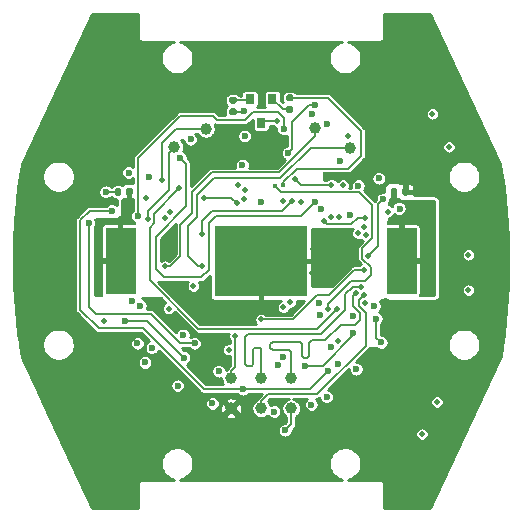
<source format=gbr>
%TF.GenerationSoftware,KiCad,Pcbnew,(5.1.6)-1*%
%TF.CreationDate,2024-07-23T23:35:14+05:30*%
%TF.ProjectId,Project_OAK_MAIN_BRD_V0.1,50726f6a-6563-4745-9f4f-414b5f4d4149,A*%
%TF.SameCoordinates,Original*%
%TF.FileFunction,Copper,L6,Bot*%
%TF.FilePolarity,Positive*%
%FSLAX46Y46*%
G04 Gerber Fmt 4.6, Leading zero omitted, Abs format (unit mm)*
G04 Created by KiCad (PCBNEW (5.1.6)-1) date 2024-07-23 23:35:14*
%MOMM*%
%LPD*%
G01*
G04 APERTURE LIST*
%TA.AperFunction,SMDPad,CuDef*%
%ADD10R,0.800000X0.900000*%
%TD*%
%TA.AperFunction,SMDPad,CuDef*%
%ADD11C,1.000000*%
%TD*%
%TA.AperFunction,SMDPad,CuDef*%
%ADD12R,2.600000X5.560000*%
%TD*%
%TA.AperFunction,SMDPad,CuDef*%
%ADD13R,7.800000X5.960000*%
%TD*%
%TA.AperFunction,ViaPad*%
%ADD14C,0.500000*%
%TD*%
%TA.AperFunction,ViaPad*%
%ADD15C,0.600000*%
%TD*%
%TA.AperFunction,ViaPad*%
%ADD16C,0.450000*%
%TD*%
%TA.AperFunction,Conductor*%
%ADD17C,0.200000*%
%TD*%
%TA.AperFunction,Conductor*%
%ADD18C,0.156000*%
%TD*%
%TA.AperFunction,Conductor*%
%ADD19C,0.254000*%
%TD*%
G04 APERTURE END LIST*
D10*
%TO.P,Q1,3*%
%TO.N,Net-(D1-Pad2)*%
X70459600Y-81772000D03*
%TO.P,Q1,2*%
%TO.N,Net-(Q1-Pad2)*%
X71409600Y-79772000D03*
%TO.P,Q1,1*%
%TO.N,Net-(Q1-Pad1)*%
X69509600Y-79772000D03*
%TD*%
D11*
%TO.P,TP10,1*%
%TO.N,/DBG_TX*%
X65786000Y-82296000D03*
%TD*%
%TO.P,TP9,1*%
%TO.N,/DBG_RX*%
X63119000Y-83820000D03*
%TD*%
%TO.P,TP11,1*%
%TO.N,/RTC_CLKO*%
X78016100Y-83883500D03*
%TD*%
%TO.P,TP8,1*%
%TO.N,/RTC_CLKO_EN*%
X75031600Y-82232500D03*
%TD*%
D12*
%TO.P,BT1,S1+*%
%TO.N,+3V0*%
X58554600Y-93472000D03*
%TO.P,BT1,S2+*%
X82364600Y-93472000D03*
D13*
%TO.P,BT1,-*%
%TO.N,GND*%
X70459600Y-93472000D03*
%TD*%
%TO.P,C4,1*%
%TO.N,+3V0*%
%TA.AperFunction,SMDPad,CuDef*%
G36*
G01*
X81414400Y-87802500D02*
X81414400Y-87457500D01*
G75*
G02*
X81561900Y-87310000I147500J0D01*
G01*
X81856900Y-87310000D01*
G75*
G02*
X82004400Y-87457500I0J-147500D01*
G01*
X82004400Y-87802500D01*
G75*
G02*
X81856900Y-87950000I-147500J0D01*
G01*
X81561900Y-87950000D01*
G75*
G02*
X81414400Y-87802500I0J147500D01*
G01*
G37*
%TD.AperFunction*%
%TO.P,C4,2*%
%TO.N,GND*%
%TA.AperFunction,SMDPad,CuDef*%
G36*
G01*
X82384400Y-87802500D02*
X82384400Y-87457500D01*
G75*
G02*
X82531900Y-87310000I147500J0D01*
G01*
X82826900Y-87310000D01*
G75*
G02*
X82974400Y-87457500I0J-147500D01*
G01*
X82974400Y-87802500D01*
G75*
G02*
X82826900Y-87950000I-147500J0D01*
G01*
X82531900Y-87950000D01*
G75*
G02*
X82384400Y-87802500I0J147500D01*
G01*
G37*
%TD.AperFunction*%
%TD*%
%TO.P,R1,2*%
%TO.N,+3V0*%
%TA.AperFunction,SMDPad,CuDef*%
G36*
G01*
X59016400Y-87802500D02*
X59016400Y-87457500D01*
G75*
G02*
X59163900Y-87310000I147500J0D01*
G01*
X59458900Y-87310000D01*
G75*
G02*
X59606400Y-87457500I0J-147500D01*
G01*
X59606400Y-87802500D01*
G75*
G02*
X59458900Y-87950000I-147500J0D01*
G01*
X59163900Y-87950000D01*
G75*
G02*
X59016400Y-87802500I0J147500D01*
G01*
G37*
%TD.AperFunction*%
%TO.P,R1,1*%
%TO.N,/EXT_3V3_IN*%
%TA.AperFunction,SMDPad,CuDef*%
G36*
G01*
X58046400Y-87802500D02*
X58046400Y-87457500D01*
G75*
G02*
X58193900Y-87310000I147500J0D01*
G01*
X58488900Y-87310000D01*
G75*
G02*
X58636400Y-87457500I0J-147500D01*
G01*
X58636400Y-87802500D01*
G75*
G02*
X58488900Y-87950000I-147500J0D01*
G01*
X58193900Y-87950000D01*
G75*
G02*
X58046400Y-87802500I0J147500D01*
G01*
G37*
%TD.AperFunction*%
%TD*%
%TO.P,R5,1*%
%TO.N,Net-(Q1-Pad1)*%
%TA.AperFunction,SMDPad,CuDef*%
G36*
G01*
X67899500Y-79585600D02*
X68244500Y-79585600D01*
G75*
G02*
X68392000Y-79733100I0J-147500D01*
G01*
X68392000Y-80028100D01*
G75*
G02*
X68244500Y-80175600I-147500J0D01*
G01*
X67899500Y-80175600D01*
G75*
G02*
X67752000Y-80028100I0J147500D01*
G01*
X67752000Y-79733100D01*
G75*
G02*
X67899500Y-79585600I147500J0D01*
G01*
G37*
%TD.AperFunction*%
%TO.P,R5,2*%
%TO.N,+3V0*%
%TA.AperFunction,SMDPad,CuDef*%
G36*
G01*
X67899500Y-80555600D02*
X68244500Y-80555600D01*
G75*
G02*
X68392000Y-80703100I0J-147500D01*
G01*
X68392000Y-80998100D01*
G75*
G02*
X68244500Y-81145600I-147500J0D01*
G01*
X67899500Y-81145600D01*
G75*
G02*
X67752000Y-80998100I0J147500D01*
G01*
X67752000Y-80703100D01*
G75*
G02*
X67899500Y-80555600I147500J0D01*
G01*
G37*
%TD.AperFunction*%
%TD*%
%TO.P,R6,2*%
%TO.N,/+3V0_MON_LED*%
%TA.AperFunction,SMDPad,CuDef*%
G36*
G01*
X73045100Y-79972400D02*
X72700100Y-79972400D01*
G75*
G02*
X72552600Y-79824900I0J147500D01*
G01*
X72552600Y-79529900D01*
G75*
G02*
X72700100Y-79382400I147500J0D01*
G01*
X73045100Y-79382400D01*
G75*
G02*
X73192600Y-79529900I0J-147500D01*
G01*
X73192600Y-79824900D01*
G75*
G02*
X73045100Y-79972400I-147500J0D01*
G01*
G37*
%TD.AperFunction*%
%TO.P,R6,1*%
%TO.N,Net-(Q1-Pad2)*%
%TA.AperFunction,SMDPad,CuDef*%
G36*
G01*
X73045100Y-80942400D02*
X72700100Y-80942400D01*
G75*
G02*
X72552600Y-80794900I0J147500D01*
G01*
X72552600Y-80499900D01*
G75*
G02*
X72700100Y-80352400I147500J0D01*
G01*
X73045100Y-80352400D01*
G75*
G02*
X73192600Y-80499900I0J-147500D01*
G01*
X73192600Y-80794900D01*
G75*
G02*
X73045100Y-80942400I-147500J0D01*
G01*
G37*
%TD.AperFunction*%
%TD*%
D11*
%TO.P,TP1,1*%
%TO.N,/EXT_3V3_IN*%
X72999600Y-105968800D03*
%TD*%
%TO.P,TP3,1*%
%TO.N,/ICSP_MOSI*%
X70459600Y-105968800D03*
%TD*%
%TO.P,TP4,1*%
%TO.N,/ICSP_MISO*%
X72999600Y-103428800D03*
%TD*%
%TO.P,TP5,1*%
%TO.N,/ICSP_SCK*%
X70459600Y-103428800D03*
%TD*%
%TO.P,TP12,1*%
%TO.N,/MCU_RSTn*%
X67919600Y-103428800D03*
%TD*%
%TO.P,TP13,1*%
%TO.N,GND*%
X67919600Y-105968800D03*
%TD*%
D14*
%TO.N,+3V0*%
X62738000Y-89357200D03*
D15*
X56680100Y-91313000D03*
X56680100Y-92313000D03*
X56680100Y-94678500D03*
X56680100Y-95678500D03*
X84239100Y-91186000D03*
X84239100Y-94551500D03*
X68981228Y-80817628D03*
X80035400Y-97307400D03*
X84331032Y-95551500D03*
X84259800Y-92186000D03*
X68877839Y-85360385D03*
X78206600Y-98145600D03*
X63855600Y-99745800D03*
X72339200Y-101650800D03*
X77960698Y-89623779D03*
D14*
X72339200Y-97409000D03*
D15*
X70421500Y-88519000D03*
D14*
X62293500Y-89852500D03*
X64722427Y-95618276D03*
X84074000Y-108140500D03*
X86360000Y-83820000D03*
X88011000Y-95948544D03*
X81801732Y-89743051D03*
%TO.N,GND*%
X81356200Y-97282000D03*
X80721200Y-96977200D03*
D15*
X68600506Y-98425000D03*
D14*
X74828400Y-92456000D03*
X75828400Y-92456000D03*
X76860400Y-92456000D03*
X74803000Y-93481400D03*
X75844400Y-93497400D03*
X76885800Y-93497400D03*
X74803000Y-94538800D03*
X75844400Y-94538800D03*
X76809600Y-94564200D03*
X80746600Y-97612200D03*
D15*
X66928999Y-100584000D03*
X64846200Y-86563200D03*
X69062600Y-84556600D03*
X71863679Y-102294150D03*
D14*
X67818000Y-82296000D03*
X71882000Y-84391500D03*
X67818000Y-83375500D03*
X77787500Y-82867500D03*
X68834000Y-106934000D03*
X62357000Y-103251000D03*
X65151000Y-105219500D03*
X57150000Y-98552000D03*
X64770000Y-99695000D03*
X67564000Y-102171500D03*
D15*
X76413628Y-100739082D03*
D14*
X80518000Y-87452200D03*
X76860400Y-86334600D03*
X60731400Y-88112600D03*
X68605400Y-91084400D03*
X70154800Y-91053610D03*
D15*
X75922568Y-86239510D03*
X64960499Y-96393001D03*
D14*
X62377010Y-93022005D03*
D15*
X62801500Y-91122500D03*
D14*
X61633100Y-97028000D03*
X70866004Y-91062510D03*
D15*
X84592920Y-87343945D03*
X88074495Y-89915995D03*
X86741000Y-102552500D03*
D14*
X81229200Y-89306398D03*
D15*
X83820000Y-78181200D03*
D14*
%TO.N,/LGT_ON_BTN*%
X73830983Y-88470436D03*
X88011000Y-92964000D03*
%TO.N,/UP_BTN*%
X72269736Y-88378136D03*
X84963000Y-81026000D03*
%TO.N,/MCU_RSTn*%
X68249800Y-99822000D03*
X79237087Y-89833582D03*
X75741805Y-90062612D03*
D15*
%TO.N,/C1_T*%
X74142612Y-102362000D03*
X78270100Y-99568000D03*
X78689200Y-87096600D03*
%TO.N,/C3_T*%
X75049317Y-80283208D03*
X72755983Y-84338387D03*
D14*
%TO.N,Net-(D1-Pad2)*%
X71814590Y-81626810D03*
X69045715Y-88221251D03*
D15*
%TO.N,/R1*%
X66340291Y-105540510D03*
X77138574Y-85018536D03*
X71551800Y-106235492D03*
X74777600Y-81076800D03*
X69062600Y-82899478D03*
%TO.N,/C6_T*%
X55880000Y-90297006D03*
X64820800Y-100457000D03*
%TO.N,/R2*%
X63398400Y-104038400D03*
X74714088Y-105635490D03*
X76047600Y-81851500D03*
%TO.N,/R3*%
X64490600Y-83185000D03*
X80429100Y-86487000D03*
X60236100Y-97258722D03*
X76007558Y-104979691D03*
X60628084Y-102073124D03*
%TO.N,/R4*%
X59983844Y-100455278D03*
X80783677Y-88255833D03*
X78508306Y-102644510D03*
X60938109Y-86373277D03*
D14*
X79547410Y-93035140D03*
D15*
%TO.N,/R5*%
X63930084Y-101661397D03*
X66865500Y-102806500D03*
X58902600Y-98552002D03*
X59236079Y-86000983D03*
X80619600Y-100380800D03*
X80213202Y-98374200D03*
X82182486Y-89077990D03*
%TO.N,/R6*%
X68935600Y-104330500D03*
X57819990Y-89217500D03*
X76085203Y-102811243D03*
D14*
%TO.N,Net-(Q5-Pad2)*%
X76403200Y-87020400D03*
X73342508Y-86550500D03*
%TO.N,Net-(Q6-Pad2)*%
X68389208Y-88572672D03*
X65605343Y-88125576D03*
D15*
%TO.N,/EXT_3V3_IN*%
X57315100Y-87630000D03*
X72491600Y-107822996D03*
D16*
%TO.N,/+3V0_MON_LED*%
X72318360Y-87057797D03*
D14*
%TO.N,/DBG_RX*%
X60845755Y-89890600D03*
D15*
%TO.N,/R2_R*%
X72361227Y-82292003D03*
X75554607Y-89074628D03*
X60059662Y-89694108D03*
%TO.N,/R3_R*%
X63601600Y-84759800D03*
X74980995Y-88516965D03*
X59528010Y-96837050D03*
D14*
%TO.N,/DBG_TX*%
X62088121Y-86588600D03*
%TO.N,/RTC_SCL*%
X69056532Y-87496935D03*
X76377800Y-89738200D03*
%TO.N,/RTC_SDA*%
X68478400Y-87045800D03*
X77078023Y-89754833D03*
%TO.N,/C6*%
X62637727Y-97506445D03*
X79200415Y-90616974D03*
%TO.N,/+3V0_VOL_MON*%
X70459584Y-98425008D03*
X79155190Y-94255975D03*
%TO.N,/C5*%
X67721790Y-100999190D03*
X78663800Y-91137984D03*
%TO.N,/C4*%
X77000084Y-100271549D03*
X79341531Y-91313191D03*
%TO.N,/C3*%
X77393800Y-87045800D03*
X79248191Y-97079978D03*
%TO.N,/C2*%
X63548400Y-87322800D03*
X76881554Y-97585739D03*
%TO.N,/C1*%
X76123800Y-97536000D03*
D16*
X71640611Y-87147491D03*
D15*
%TO.N,/R4_R*%
X75405073Y-98061871D03*
X76974933Y-102166636D03*
%TO.N,/R5_R*%
X75377283Y-97045856D03*
X61214554Y-100837445D03*
D14*
%TO.N,/ICSP_MOSI*%
X79136750Y-96388894D03*
%TO.N,/ICSP_MISO*%
X78453052Y-96209810D03*
%TO.N,/ICSP_SCK*%
X78948264Y-95701810D03*
%TO.N,/DWN_BTN*%
X72923400Y-96951800D03*
X85356186Y-105422186D03*
%TO.N,/RTC_INTO*%
X65468500Y-91186000D03*
X73047808Y-88444412D03*
%TO.N,/RTC_CLKO*%
X65474000Y-93922000D03*
%TO.N,/RTC_CLKO_EN*%
X62299002Y-93922000D03*
%TD*%
D17*
%TO.N,+3V0*%
X82588100Y-93248500D02*
X82364600Y-93472000D01*
X68948256Y-80850600D02*
X68981228Y-80817628D01*
X68072000Y-80850600D02*
X68948256Y-80850600D01*
X84576400Y-91869400D02*
X84259800Y-92186000D01*
%TO.N,GND*%
X84306865Y-87630000D02*
X84592920Y-87343945D01*
X82679400Y-87630000D02*
X84306865Y-87630000D01*
D18*
%TO.N,/MCU_RSTn*%
X68249800Y-102489000D02*
X68249800Y-99822000D01*
X67919600Y-103428800D02*
X67919600Y-102819200D01*
X67919600Y-102819200D02*
X68249800Y-102489000D01*
X76046190Y-90366997D02*
X75741805Y-90062612D01*
X78631918Y-89833582D02*
X78098503Y-90366997D01*
X78098503Y-90366997D02*
X76046190Y-90366997D01*
X79237087Y-89833582D02*
X78631918Y-89833582D01*
D17*
%TO.N,/C1_T*%
X78369999Y-99468101D02*
X78369999Y-99419881D01*
X75687466Y-102362000D02*
X74142612Y-102362000D01*
X78270100Y-99779366D02*
X75687466Y-102362000D01*
X78270100Y-99568000D02*
X78270100Y-99779366D01*
%TO.N,/C3_T*%
X74529792Y-80283208D02*
X73055982Y-81757018D01*
X73055982Y-81757018D02*
X73055982Y-84038388D01*
X73055982Y-84038388D02*
X72755983Y-84338387D01*
X75049317Y-80283208D02*
X74529792Y-80283208D01*
D18*
%TO.N,Net-(D1-Pad2)*%
X70604790Y-81626810D02*
X71814590Y-81626810D01*
X70459600Y-81772000D02*
X70604790Y-81626810D01*
D17*
%TO.N,/C6_T*%
X61093745Y-97945501D02*
X63605244Y-100457000D01*
X55880000Y-97345500D02*
X56480001Y-97945501D01*
X55880000Y-90297006D02*
X55880000Y-97345500D01*
X56480001Y-97945501D02*
X61093745Y-97945501D01*
X63605244Y-100457000D02*
X64820800Y-100457000D01*
%TO.N,/R4*%
X80340200Y-88699310D02*
X80340200Y-92242350D01*
X80340200Y-92242350D02*
X79547410Y-93035140D01*
X80783677Y-88255833D02*
X80340200Y-88699310D01*
%TO.N,/R5*%
X58902600Y-98552002D02*
X60801252Y-98552002D01*
X63910647Y-101661397D02*
X63930084Y-101661397D01*
X60801252Y-98552002D02*
X63910647Y-101661397D01*
X80619600Y-100380800D02*
X80213202Y-99974402D01*
X80213202Y-99974402D02*
X80213202Y-98374200D01*
%TO.N,/R6*%
X55943500Y-89217500D02*
X57819990Y-89217500D01*
X65619902Y-104330500D02*
X60476402Y-99187000D01*
X60476402Y-99187000D02*
X56705500Y-99187000D01*
X55118000Y-90043000D02*
X55943500Y-89217500D01*
X56705500Y-99187000D02*
X55118000Y-97599500D01*
X68935600Y-104330500D02*
X65619902Y-104330500D01*
X55118000Y-97599500D02*
X55118000Y-90043000D01*
X68935600Y-104330500D02*
X74565946Y-104330500D01*
X74565946Y-104330500D02*
X76085203Y-102811243D01*
D18*
%TO.N,Net-(Q1-Pad2)*%
X71504200Y-79677400D02*
X71409600Y-79772000D01*
X72303500Y-80647400D02*
X71412100Y-79756000D01*
X72872600Y-80647400D02*
X72303500Y-80647400D01*
%TO.N,Net-(Q1-Pad1)*%
X68074400Y-79883000D02*
X68072000Y-79880600D01*
X69509600Y-79772000D02*
X69398600Y-79883000D01*
X69398600Y-79883000D02*
X68074400Y-79883000D01*
%TO.N,Net-(Q5-Pad2)*%
X73812408Y-87020400D02*
X73342508Y-86550500D01*
X76403200Y-87020400D02*
X73812408Y-87020400D01*
%TO.N,Net-(Q6-Pad2)*%
X68389208Y-88572672D02*
X67942112Y-88125576D01*
X67942112Y-88125576D02*
X65605343Y-88125576D01*
D17*
%TO.N,/EXT_3V3_IN*%
X57315100Y-87630000D02*
X58341400Y-87630000D01*
X72999600Y-105968800D02*
X72999600Y-107314996D01*
X72999600Y-107314996D02*
X72491600Y-107822996D01*
D18*
%TO.N,/+3V0_MON_LED*%
X72318360Y-86803589D02*
X72318360Y-87057797D01*
X76121400Y-79677400D02*
X78930500Y-82486500D01*
X72872600Y-79677400D02*
X76121400Y-79677400D01*
X78930500Y-82486500D02*
X78930500Y-84582000D01*
X77851000Y-85661500D02*
X73460449Y-85661500D01*
X73460449Y-85661500D02*
X72318360Y-86803589D01*
X78930500Y-84582000D02*
X77851000Y-85661500D01*
%TO.N,/DBG_RX*%
X60845755Y-89242845D02*
X60845755Y-89890600D01*
X62619001Y-87469599D02*
X60845755Y-89242845D01*
X62619001Y-84319999D02*
X62619001Y-87469599D01*
X63119000Y-83820000D02*
X62619001Y-84319999D01*
D17*
%TO.N,/R2_R*%
X72364600Y-82288630D02*
X72361227Y-82292003D01*
X72364600Y-81381600D02*
X72364600Y-82288630D01*
X69113400Y-81534000D02*
X69765002Y-80882398D01*
X71865398Y-80882398D02*
X72364600Y-81381600D01*
X63627000Y-81216500D02*
X66395600Y-81216500D01*
X60059662Y-89694108D02*
X60059662Y-84783838D01*
X66395600Y-81216500D02*
X66713100Y-81534000D01*
X69765002Y-80882398D02*
X71865398Y-80882398D01*
X60059662Y-84783838D02*
X63627000Y-81216500D01*
X66713100Y-81534000D02*
X69113400Y-81534000D01*
%TO.N,/R3_R*%
X64135000Y-85293200D02*
X63601600Y-84759800D01*
X61531500Y-91440000D02*
X64135000Y-88836500D01*
X61531500Y-94159004D02*
X61531500Y-91440000D01*
X62241496Y-94869000D02*
X61531500Y-94159004D01*
X73835960Y-89662000D02*
X66611500Y-89662000D01*
X66040000Y-94234000D02*
X65405000Y-94869000D01*
X64135000Y-88836500D02*
X64135000Y-85293200D01*
X74980995Y-88516965D02*
X73835960Y-89662000D01*
X66611500Y-89662000D02*
X66040000Y-90233500D01*
X65405000Y-94869000D02*
X62241496Y-94869000D01*
X66040000Y-90233500D02*
X66040000Y-94234000D01*
D18*
%TO.N,/DBG_TX*%
X62088121Y-83453879D02*
X62088121Y-86588600D01*
X65786000Y-82296000D02*
X63246000Y-82296000D01*
X63246000Y-82296000D02*
X62088121Y-83453879D01*
%TO.N,/+3V0_VOL_MON*%
X76200000Y-96393000D02*
X78337025Y-94255975D01*
X73151992Y-98425008D02*
X75184000Y-96393000D01*
X78337025Y-94255975D02*
X79155190Y-94255975D01*
X70459584Y-98425008D02*
X73151992Y-98425008D01*
X75184000Y-96393000D02*
X76200000Y-96393000D01*
%TO.N,/C2*%
X76631555Y-97835738D02*
X76881554Y-97585739D01*
X75229493Y-99237800D02*
X76631555Y-97835738D01*
X65138300Y-99237800D02*
X75229493Y-99237800D01*
X61404500Y-89466700D02*
X61404500Y-90297000D01*
X63548400Y-87322800D02*
X61404500Y-89466700D01*
X61016189Y-90685311D02*
X61016189Y-95115689D01*
X61404500Y-90297000D02*
X61016189Y-90685311D01*
X61016189Y-95115689D02*
X65138300Y-99237800D01*
%TO.N,/C1*%
X76123800Y-97536000D02*
X76123800Y-97129600D01*
X79869532Y-91566632D02*
X79869532Y-88759532D01*
X79019400Y-93294200D02*
X79019400Y-92416764D01*
X72169989Y-87676869D02*
X71640611Y-87147491D01*
X79756000Y-94030800D02*
X79019400Y-93294200D01*
X79248000Y-95173800D02*
X79756000Y-94665800D01*
X79019400Y-92416764D02*
X79869532Y-91566632D01*
X79756000Y-94665800D02*
X79756000Y-94030800D01*
X79869532Y-88759532D02*
X78786869Y-87676869D01*
X78079600Y-95173800D02*
X79248000Y-95173800D01*
X78786869Y-87676869D02*
X72169989Y-87676869D01*
X76123800Y-97129600D02*
X78079600Y-95173800D01*
%TO.N,/ICSP_MOSI*%
X79311500Y-97891583D02*
X78719997Y-97300080D01*
X70459600Y-105371900D02*
X71081900Y-104749600D01*
X70459600Y-105968800D02*
X70459600Y-105371900D01*
X71081900Y-104749600D02*
X75209400Y-104749600D01*
X78719997Y-96805647D02*
X79136750Y-96388894D01*
X78719997Y-97300080D02*
X78719997Y-96805647D01*
X75209400Y-104749600D02*
X79311500Y-100647500D01*
X79311500Y-100647500D02*
X79311500Y-97891583D01*
%TO.N,/ICSP_MISO*%
X78203053Y-96459809D02*
X78203053Y-97286611D01*
X78803500Y-97887058D02*
X78803500Y-98488500D01*
X77216000Y-98869500D02*
X75882500Y-100203000D01*
X78203053Y-97286611D02*
X78803500Y-97887058D01*
X75882500Y-100203000D02*
X74803000Y-100203000D01*
X74803000Y-100203000D02*
X74549000Y-100457000D01*
X74549000Y-100457000D02*
X74549000Y-101536500D01*
X74358500Y-101727000D02*
X74104500Y-101727000D01*
X71437500Y-100330000D02*
X71247000Y-100520500D01*
X73914000Y-101536500D02*
X73914000Y-100520500D01*
X71247000Y-100838000D02*
X71437500Y-101028500D01*
X71437500Y-101028500D02*
X72834500Y-101028500D01*
X72834500Y-101028500D02*
X72999600Y-101193600D01*
X73914000Y-100520500D02*
X73723500Y-100330000D01*
X72999600Y-101193600D02*
X72999600Y-103428800D01*
X71247000Y-100520500D02*
X71247000Y-100838000D01*
X74104500Y-101727000D02*
X73914000Y-101536500D01*
X73723500Y-100330000D02*
X71437500Y-100330000D01*
X74549000Y-101536500D02*
X74358500Y-101727000D01*
X78803500Y-98488500D02*
X78422500Y-98869500D01*
X78422500Y-98869500D02*
X77216000Y-98869500D01*
X78453052Y-96209810D02*
X78203053Y-96459809D01*
%TO.N,/ICSP_SCK*%
X78948264Y-95701810D02*
X78928254Y-95681800D01*
X70358000Y-100838000D02*
X70459600Y-100939600D01*
X78928254Y-95681800D02*
X78209987Y-95681800D01*
X69088000Y-102171500D02*
X69278500Y-102362000D01*
X69278500Y-102362000D02*
X69659500Y-102362000D01*
X70459600Y-100939600D02*
X70459600Y-103428800D01*
X69913500Y-100838000D02*
X70358000Y-100838000D01*
X77597000Y-96294787D02*
X77597000Y-97637410D01*
X69786500Y-100965000D02*
X69913500Y-100838000D01*
X69088000Y-99949000D02*
X69088000Y-102171500D01*
X69786500Y-102235000D02*
X69786500Y-100965000D01*
X78209987Y-95681800D02*
X77597000Y-96294787D01*
X69659500Y-102362000D02*
X69786500Y-102235000D01*
X69342000Y-99695000D02*
X69088000Y-99949000D01*
X75539410Y-99695000D02*
X69342000Y-99695000D01*
X77597000Y-97637410D02*
X75539410Y-99695000D01*
%TO.N,/RTC_INTO*%
X65468500Y-91186000D02*
X65468500Y-90106500D01*
X65468500Y-90106500D02*
X66294000Y-89281000D01*
X72211220Y-89281000D02*
X73047808Y-88444412D01*
X66294000Y-89281000D02*
X72211220Y-89281000D01*
%TO.N,/RTC_CLKO*%
X72085200Y-86487000D02*
X74688700Y-83883500D01*
X66497200Y-86487000D02*
X72085200Y-86487000D01*
X65062511Y-87921689D02*
X66497200Y-86487000D01*
X65093000Y-93922000D02*
X64262000Y-93091000D01*
X65474000Y-93922000D02*
X65093000Y-93922000D01*
X74688700Y-83883500D02*
X78016100Y-83883500D01*
X64262000Y-93091000D02*
X64262000Y-90551000D01*
X64262000Y-90551000D02*
X65062511Y-89750489D01*
X65062511Y-89750489D02*
X65062511Y-87921689D01*
%TO.N,/RTC_CLKO_EN*%
X62732500Y-93922000D02*
X62299002Y-93922000D01*
X63627000Y-90424000D02*
X63627000Y-93027500D01*
X75031600Y-82232500D02*
X75031600Y-82939606D01*
X71992206Y-85979000D02*
X66294000Y-85979000D01*
X64617600Y-89433400D02*
X63627000Y-90424000D01*
X75031600Y-82939606D02*
X71992206Y-85979000D01*
X64617600Y-87655400D02*
X64617600Y-89433400D01*
X63627000Y-93027500D02*
X62732500Y-93922000D01*
X66294000Y-85979000D02*
X64617600Y-87655400D01*
%TD*%
D17*
%TO.N,+3V0*%
G36*
X81859400Y-87480000D02*
G01*
X81879400Y-87480000D01*
X81879400Y-87780000D01*
X81859400Y-87780000D01*
X81859400Y-88175000D01*
X81934400Y-88250000D01*
X82004400Y-88251452D01*
X82063210Y-88245660D01*
X82116632Y-88229454D01*
X82222889Y-88335711D01*
X82238043Y-88348147D01*
X82255332Y-88357388D01*
X82274091Y-88363079D01*
X82293600Y-88365000D01*
X85127178Y-88365000D01*
X85218600Y-88456422D01*
X85218600Y-96328578D01*
X85127178Y-96420000D01*
X83914820Y-96420000D01*
X83915248Y-96419478D01*
X83943105Y-96367361D01*
X83960260Y-96310810D01*
X83966052Y-96252000D01*
X83964600Y-93697000D01*
X83889600Y-93622000D01*
X82514600Y-93622000D01*
X82514600Y-93642000D01*
X82214600Y-93642000D01*
X82214600Y-93622000D01*
X82194600Y-93622000D01*
X82194600Y-93322000D01*
X82214600Y-93322000D01*
X82214600Y-90467000D01*
X82514600Y-90467000D01*
X82514600Y-93322000D01*
X83889600Y-93322000D01*
X83964600Y-93247000D01*
X83966052Y-90692000D01*
X83960260Y-90633190D01*
X83943105Y-90576639D01*
X83915248Y-90524522D01*
X83877759Y-90478841D01*
X83832078Y-90441352D01*
X83779961Y-90413495D01*
X83723410Y-90396340D01*
X83664600Y-90390548D01*
X82589600Y-90392000D01*
X82514600Y-90467000D01*
X82214600Y-90467000D01*
X82139600Y-90392000D01*
X81189500Y-90390717D01*
X81189500Y-90135222D01*
X81261811Y-90062911D01*
X81274247Y-90047757D01*
X81283488Y-90030468D01*
X81289179Y-90011709D01*
X81291100Y-89992200D01*
X81291100Y-89854860D01*
X81389629Y-89835262D01*
X81489723Y-89793801D01*
X81579804Y-89733611D01*
X81656413Y-89657002D01*
X81716603Y-89566921D01*
X81747734Y-89491766D01*
X81800008Y-89544040D01*
X81898279Y-89609703D01*
X82007472Y-89654932D01*
X82123391Y-89677990D01*
X82241581Y-89677990D01*
X82357500Y-89654932D01*
X82466693Y-89609703D01*
X82564964Y-89544040D01*
X82648536Y-89460468D01*
X82714199Y-89362197D01*
X82759428Y-89253004D01*
X82782486Y-89137085D01*
X82782486Y-89018895D01*
X82759428Y-88902976D01*
X82714199Y-88793783D01*
X82648536Y-88695512D01*
X82564964Y-88611940D01*
X82466693Y-88546277D01*
X82357500Y-88501048D01*
X82241581Y-88477990D01*
X82123391Y-88477990D01*
X82007472Y-88501048D01*
X81898279Y-88546277D01*
X81800008Y-88611940D01*
X81716436Y-88695512D01*
X81650773Y-88793783D01*
X81605544Y-88902976D01*
X81605221Y-88904602D01*
X81579804Y-88879185D01*
X81489723Y-88818995D01*
X81389629Y-88777534D01*
X81291100Y-88757936D01*
X81291100Y-88576392D01*
X81315390Y-88540040D01*
X81360619Y-88430847D01*
X81383677Y-88314928D01*
X81383677Y-88248426D01*
X81414400Y-88251452D01*
X81484400Y-88250000D01*
X81559400Y-88175000D01*
X81559400Y-87780000D01*
X81539400Y-87780000D01*
X81539400Y-87480000D01*
X81559400Y-87480000D01*
X81559400Y-87460000D01*
X81859400Y-87460000D01*
X81859400Y-87480000D01*
G37*
X81859400Y-87480000D02*
X81879400Y-87480000D01*
X81879400Y-87780000D01*
X81859400Y-87780000D01*
X81859400Y-88175000D01*
X81934400Y-88250000D01*
X82004400Y-88251452D01*
X82063210Y-88245660D01*
X82116632Y-88229454D01*
X82222889Y-88335711D01*
X82238043Y-88348147D01*
X82255332Y-88357388D01*
X82274091Y-88363079D01*
X82293600Y-88365000D01*
X85127178Y-88365000D01*
X85218600Y-88456422D01*
X85218600Y-96328578D01*
X85127178Y-96420000D01*
X83914820Y-96420000D01*
X83915248Y-96419478D01*
X83943105Y-96367361D01*
X83960260Y-96310810D01*
X83966052Y-96252000D01*
X83964600Y-93697000D01*
X83889600Y-93622000D01*
X82514600Y-93622000D01*
X82514600Y-93642000D01*
X82214600Y-93642000D01*
X82214600Y-93622000D01*
X82194600Y-93622000D01*
X82194600Y-93322000D01*
X82214600Y-93322000D01*
X82214600Y-90467000D01*
X82514600Y-90467000D01*
X82514600Y-93322000D01*
X83889600Y-93322000D01*
X83964600Y-93247000D01*
X83966052Y-90692000D01*
X83960260Y-90633190D01*
X83943105Y-90576639D01*
X83915248Y-90524522D01*
X83877759Y-90478841D01*
X83832078Y-90441352D01*
X83779961Y-90413495D01*
X83723410Y-90396340D01*
X83664600Y-90390548D01*
X82589600Y-90392000D01*
X82514600Y-90467000D01*
X82214600Y-90467000D01*
X82139600Y-90392000D01*
X81189500Y-90390717D01*
X81189500Y-90135222D01*
X81261811Y-90062911D01*
X81274247Y-90047757D01*
X81283488Y-90030468D01*
X81289179Y-90011709D01*
X81291100Y-89992200D01*
X81291100Y-89854860D01*
X81389629Y-89835262D01*
X81489723Y-89793801D01*
X81579804Y-89733611D01*
X81656413Y-89657002D01*
X81716603Y-89566921D01*
X81747734Y-89491766D01*
X81800008Y-89544040D01*
X81898279Y-89609703D01*
X82007472Y-89654932D01*
X82123391Y-89677990D01*
X82241581Y-89677990D01*
X82357500Y-89654932D01*
X82466693Y-89609703D01*
X82564964Y-89544040D01*
X82648536Y-89460468D01*
X82714199Y-89362197D01*
X82759428Y-89253004D01*
X82782486Y-89137085D01*
X82782486Y-89018895D01*
X82759428Y-88902976D01*
X82714199Y-88793783D01*
X82648536Y-88695512D01*
X82564964Y-88611940D01*
X82466693Y-88546277D01*
X82357500Y-88501048D01*
X82241581Y-88477990D01*
X82123391Y-88477990D01*
X82007472Y-88501048D01*
X81898279Y-88546277D01*
X81800008Y-88611940D01*
X81716436Y-88695512D01*
X81650773Y-88793783D01*
X81605544Y-88902976D01*
X81605221Y-88904602D01*
X81579804Y-88879185D01*
X81489723Y-88818995D01*
X81389629Y-88777534D01*
X81291100Y-88757936D01*
X81291100Y-88576392D01*
X81315390Y-88540040D01*
X81360619Y-88430847D01*
X81383677Y-88314928D01*
X81383677Y-88248426D01*
X81414400Y-88251452D01*
X81484400Y-88250000D01*
X81559400Y-88175000D01*
X81559400Y-87780000D01*
X81539400Y-87780000D01*
X81539400Y-87480000D01*
X81559400Y-87480000D01*
X81559400Y-87460000D01*
X81859400Y-87460000D01*
X81859400Y-87480000D01*
G36*
X59461400Y-87480000D02*
G01*
X59481400Y-87480000D01*
X59481400Y-87780000D01*
X59461400Y-87780000D01*
X59461400Y-88175000D01*
X59536400Y-88250000D01*
X59606400Y-88251452D01*
X59659662Y-88246206D01*
X59659662Y-89245580D01*
X59593612Y-89311630D01*
X59527949Y-89409901D01*
X59482720Y-89519094D01*
X59459662Y-89635013D01*
X59459662Y-89753203D01*
X59482720Y-89869122D01*
X59527949Y-89978315D01*
X59593612Y-90076586D01*
X59677184Y-90160158D01*
X59775455Y-90225821D01*
X59780500Y-90227911D01*
X59780500Y-90390648D01*
X58779600Y-90392000D01*
X58704600Y-90467000D01*
X58704600Y-93322000D01*
X58724600Y-93322000D01*
X58724600Y-93622000D01*
X58704600Y-93622000D01*
X58704600Y-93642000D01*
X58404600Y-93642000D01*
X58404600Y-93622000D01*
X57029600Y-93622000D01*
X56954600Y-93697000D01*
X56953148Y-96252000D01*
X56958940Y-96310810D01*
X56976095Y-96367361D01*
X57003952Y-96419478D01*
X57004380Y-96420000D01*
X56490522Y-96420000D01*
X56399100Y-96328578D01*
X56399100Y-90692000D01*
X56953148Y-90692000D01*
X56954600Y-93247000D01*
X57029600Y-93322000D01*
X58404600Y-93322000D01*
X58404600Y-90467000D01*
X58329600Y-90392000D01*
X57254600Y-90390548D01*
X57195790Y-90396340D01*
X57139239Y-90413495D01*
X57087122Y-90441352D01*
X57041441Y-90478841D01*
X57003952Y-90524522D01*
X56976095Y-90576639D01*
X56958940Y-90633190D01*
X56953148Y-90692000D01*
X56399100Y-90692000D01*
X56399100Y-90600090D01*
X56411713Y-90581213D01*
X56456942Y-90472020D01*
X56480000Y-90356101D01*
X56480000Y-90237911D01*
X56456942Y-90121992D01*
X56411713Y-90012799D01*
X56399100Y-89993922D01*
X56399100Y-89980422D01*
X56490522Y-89889000D01*
X58397000Y-89889000D01*
X58416509Y-89887079D01*
X58435268Y-89881388D01*
X58452557Y-89872147D01*
X58467711Y-89859711D01*
X58617711Y-89709711D01*
X58630147Y-89694557D01*
X58639388Y-89677268D01*
X58645079Y-89658509D01*
X58647000Y-89639000D01*
X58647000Y-88392922D01*
X58743101Y-88296821D01*
X58752768Y-88293888D01*
X58770057Y-88284647D01*
X58785211Y-88272211D01*
X58854039Y-88203383D01*
X58901039Y-88228505D01*
X58957590Y-88245660D01*
X59016400Y-88251452D01*
X59086400Y-88250000D01*
X59161400Y-88175000D01*
X59161400Y-87780000D01*
X59141400Y-87780000D01*
X59141400Y-87480000D01*
X59161400Y-87480000D01*
X59161400Y-87460000D01*
X59461400Y-87460000D01*
X59461400Y-87480000D01*
G37*
X59461400Y-87480000D02*
X59481400Y-87480000D01*
X59481400Y-87780000D01*
X59461400Y-87780000D01*
X59461400Y-88175000D01*
X59536400Y-88250000D01*
X59606400Y-88251452D01*
X59659662Y-88246206D01*
X59659662Y-89245580D01*
X59593612Y-89311630D01*
X59527949Y-89409901D01*
X59482720Y-89519094D01*
X59459662Y-89635013D01*
X59459662Y-89753203D01*
X59482720Y-89869122D01*
X59527949Y-89978315D01*
X59593612Y-90076586D01*
X59677184Y-90160158D01*
X59775455Y-90225821D01*
X59780500Y-90227911D01*
X59780500Y-90390648D01*
X58779600Y-90392000D01*
X58704600Y-90467000D01*
X58704600Y-93322000D01*
X58724600Y-93322000D01*
X58724600Y-93622000D01*
X58704600Y-93622000D01*
X58704600Y-93642000D01*
X58404600Y-93642000D01*
X58404600Y-93622000D01*
X57029600Y-93622000D01*
X56954600Y-93697000D01*
X56953148Y-96252000D01*
X56958940Y-96310810D01*
X56976095Y-96367361D01*
X57003952Y-96419478D01*
X57004380Y-96420000D01*
X56490522Y-96420000D01*
X56399100Y-96328578D01*
X56399100Y-90692000D01*
X56953148Y-90692000D01*
X56954600Y-93247000D01*
X57029600Y-93322000D01*
X58404600Y-93322000D01*
X58404600Y-90467000D01*
X58329600Y-90392000D01*
X57254600Y-90390548D01*
X57195790Y-90396340D01*
X57139239Y-90413495D01*
X57087122Y-90441352D01*
X57041441Y-90478841D01*
X57003952Y-90524522D01*
X56976095Y-90576639D01*
X56958940Y-90633190D01*
X56953148Y-90692000D01*
X56399100Y-90692000D01*
X56399100Y-90600090D01*
X56411713Y-90581213D01*
X56456942Y-90472020D01*
X56480000Y-90356101D01*
X56480000Y-90237911D01*
X56456942Y-90121992D01*
X56411713Y-90012799D01*
X56399100Y-89993922D01*
X56399100Y-89980422D01*
X56490522Y-89889000D01*
X58397000Y-89889000D01*
X58416509Y-89887079D01*
X58435268Y-89881388D01*
X58452557Y-89872147D01*
X58467711Y-89859711D01*
X58617711Y-89709711D01*
X58630147Y-89694557D01*
X58639388Y-89677268D01*
X58645079Y-89658509D01*
X58647000Y-89639000D01*
X58647000Y-88392922D01*
X58743101Y-88296821D01*
X58752768Y-88293888D01*
X58770057Y-88284647D01*
X58785211Y-88272211D01*
X58854039Y-88203383D01*
X58901039Y-88228505D01*
X58957590Y-88245660D01*
X59016400Y-88251452D01*
X59086400Y-88250000D01*
X59161400Y-88175000D01*
X59161400Y-87780000D01*
X59141400Y-87780000D01*
X59141400Y-87480000D01*
X59161400Y-87480000D01*
X59161400Y-87460000D01*
X59461400Y-87460000D01*
X59461400Y-87480000D01*
D19*
%TO.N,GND*%
G36*
X90716279Y-85309115D02*
G01*
X90718121Y-85313927D01*
X90724067Y-85325819D01*
X90725412Y-85328705D01*
X90873698Y-86292788D01*
X91009589Y-87314205D01*
X91124638Y-88337535D01*
X91218938Y-89362331D01*
X91292391Y-90388499D01*
X91344999Y-91415563D01*
X91376764Y-92443289D01*
X91387682Y-93471427D01*
X91377857Y-94499456D01*
X91347085Y-95527193D01*
X91295567Y-96554363D01*
X91223103Y-97580579D01*
X91129902Y-98605504D01*
X91015850Y-99628893D01*
X90880852Y-100650308D01*
X90735867Y-101599223D01*
X90734683Y-101601223D01*
X90726132Y-101615344D01*
X90725312Y-101617057D01*
X90724328Y-101618720D01*
X90717247Y-101633909D01*
X90702107Y-101665546D01*
X90701632Y-101667407D01*
X84765295Y-114401791D01*
X80860088Y-114401764D01*
X80865797Y-114391083D01*
X80888783Y-114315306D01*
X80894600Y-114256247D01*
X80896545Y-114236500D01*
X80894600Y-114216753D01*
X80894600Y-112414747D01*
X80896545Y-112395000D01*
X80888783Y-112316194D01*
X80865797Y-112240417D01*
X80828468Y-112170580D01*
X80778232Y-112109368D01*
X80717020Y-112059132D01*
X80647183Y-112021803D01*
X80571406Y-111998817D01*
X80512347Y-111993000D01*
X80492600Y-111991055D01*
X80472853Y-111993000D01*
X77839945Y-111993000D01*
X77973256Y-111966483D01*
X78223854Y-111862682D01*
X78449387Y-111711986D01*
X78641186Y-111520187D01*
X78791882Y-111294654D01*
X78895683Y-111044056D01*
X78948600Y-110778023D01*
X78948600Y-110506777D01*
X78895683Y-110240744D01*
X78791882Y-109990146D01*
X78641186Y-109764613D01*
X78449387Y-109572814D01*
X78223854Y-109422118D01*
X77973256Y-109318317D01*
X77707223Y-109265400D01*
X77435977Y-109265400D01*
X77169944Y-109318317D01*
X76919346Y-109422118D01*
X76693813Y-109572814D01*
X76502014Y-109764613D01*
X76351318Y-109990146D01*
X76247517Y-110240744D01*
X76194600Y-110506777D01*
X76194600Y-110778023D01*
X76247517Y-111044056D01*
X76351318Y-111294654D01*
X76502014Y-111520187D01*
X76693813Y-111711986D01*
X76919346Y-111862682D01*
X77169944Y-111966483D01*
X77303255Y-111993000D01*
X63615945Y-111993000D01*
X63749256Y-111966483D01*
X63999854Y-111862682D01*
X64225387Y-111711986D01*
X64417186Y-111520187D01*
X64567882Y-111294654D01*
X64671683Y-111044056D01*
X64724600Y-110778023D01*
X64724600Y-110506777D01*
X64671683Y-110240744D01*
X64567882Y-109990146D01*
X64417186Y-109764613D01*
X64225387Y-109572814D01*
X63999854Y-109422118D01*
X63749256Y-109318317D01*
X63483223Y-109265400D01*
X63211977Y-109265400D01*
X62945944Y-109318317D01*
X62695346Y-109422118D01*
X62469813Y-109572814D01*
X62278014Y-109764613D01*
X62127318Y-109990146D01*
X62023517Y-110240744D01*
X61970600Y-110506777D01*
X61970600Y-110778023D01*
X62023517Y-111044056D01*
X62127318Y-111294654D01*
X62278014Y-111520187D01*
X62469813Y-111711986D01*
X62695346Y-111862682D01*
X62945944Y-111966483D01*
X63079255Y-111993000D01*
X60446347Y-111993000D01*
X60426600Y-111991055D01*
X60406853Y-111993000D01*
X60347794Y-111998817D01*
X60272017Y-112021803D01*
X60202180Y-112059132D01*
X60140968Y-112109368D01*
X60090732Y-112170580D01*
X60053403Y-112240417D01*
X60030417Y-112316194D01*
X60022655Y-112395000D01*
X60024600Y-112414747D01*
X60024601Y-114216743D01*
X60022655Y-114236500D01*
X60030417Y-114315306D01*
X60053403Y-114391083D01*
X60059036Y-114401621D01*
X56151178Y-114401594D01*
X52521257Y-106617141D01*
X67409852Y-106617141D01*
X67454409Y-106775808D01*
X67620787Y-106851055D01*
X67798649Y-106892398D01*
X67981158Y-106898248D01*
X68161302Y-106868380D01*
X68332157Y-106803941D01*
X68384791Y-106775808D01*
X68429348Y-106617141D01*
X67919600Y-106107393D01*
X67409852Y-106617141D01*
X52521257Y-106617141D01*
X51990423Y-105478756D01*
X65713291Y-105478756D01*
X65713291Y-105602264D01*
X65737386Y-105723399D01*
X65784651Y-105837506D01*
X65853268Y-105940199D01*
X65940602Y-106027533D01*
X66043295Y-106096150D01*
X66157402Y-106143415D01*
X66278537Y-106167510D01*
X66402045Y-106167510D01*
X66523180Y-106143415D01*
X66637287Y-106096150D01*
X66735752Y-106030358D01*
X66990152Y-106030358D01*
X67020020Y-106210502D01*
X67084459Y-106381357D01*
X67112592Y-106433991D01*
X67271259Y-106478548D01*
X67781007Y-105968800D01*
X68058193Y-105968800D01*
X68567941Y-106478548D01*
X68726608Y-106433991D01*
X68801855Y-106267613D01*
X68843198Y-106089751D01*
X68849048Y-105907242D01*
X68819180Y-105727098D01*
X68754741Y-105556243D01*
X68726608Y-105503609D01*
X68567941Y-105459052D01*
X68058193Y-105968800D01*
X67781007Y-105968800D01*
X67271259Y-105459052D01*
X67112592Y-105503609D01*
X67037345Y-105669987D01*
X66996002Y-105847849D01*
X66990152Y-106030358D01*
X66735752Y-106030358D01*
X66739980Y-106027533D01*
X66827314Y-105940199D01*
X66895931Y-105837506D01*
X66943196Y-105723399D01*
X66967291Y-105602264D01*
X66967291Y-105478756D01*
X66943196Y-105357621D01*
X66927803Y-105320459D01*
X67409852Y-105320459D01*
X67919600Y-105830207D01*
X68429348Y-105320459D01*
X68384791Y-105161792D01*
X68218413Y-105086545D01*
X68040551Y-105045202D01*
X67858042Y-105039352D01*
X67677898Y-105069220D01*
X67507043Y-105133659D01*
X67454409Y-105161792D01*
X67409852Y-105320459D01*
X66927803Y-105320459D01*
X66895931Y-105243514D01*
X66827314Y-105140821D01*
X66739980Y-105053487D01*
X66637287Y-104984870D01*
X66523180Y-104937605D01*
X66402045Y-104913510D01*
X66278537Y-104913510D01*
X66157402Y-104937605D01*
X66043295Y-104984870D01*
X65940602Y-105053487D01*
X65853268Y-105140821D01*
X65784651Y-105243514D01*
X65737386Y-105357621D01*
X65713291Y-105478756D01*
X51990423Y-105478756D01*
X51289983Y-103976646D01*
X62771400Y-103976646D01*
X62771400Y-104100154D01*
X62795495Y-104221289D01*
X62842760Y-104335396D01*
X62911377Y-104438089D01*
X62998711Y-104525423D01*
X63101404Y-104594040D01*
X63215511Y-104641305D01*
X63336646Y-104665400D01*
X63460154Y-104665400D01*
X63581289Y-104641305D01*
X63695396Y-104594040D01*
X63798089Y-104525423D01*
X63885423Y-104438089D01*
X63954040Y-104335396D01*
X64001305Y-104221289D01*
X64025400Y-104100154D01*
X64025400Y-103976646D01*
X64001305Y-103855511D01*
X63954040Y-103741404D01*
X63885423Y-103638711D01*
X63798089Y-103551377D01*
X63695396Y-103482760D01*
X63581289Y-103435495D01*
X63460154Y-103411400D01*
X63336646Y-103411400D01*
X63215511Y-103435495D01*
X63101404Y-103482760D01*
X62998711Y-103551377D01*
X62911377Y-103638711D01*
X62842760Y-103741404D01*
X62795495Y-103855511D01*
X62771400Y-103976646D01*
X51289983Y-103976646D01*
X50373566Y-102011370D01*
X60001084Y-102011370D01*
X60001084Y-102134878D01*
X60025179Y-102256013D01*
X60072444Y-102370120D01*
X60141061Y-102472813D01*
X60228395Y-102560147D01*
X60331088Y-102628764D01*
X60445195Y-102676029D01*
X60566330Y-102700124D01*
X60689838Y-102700124D01*
X60810973Y-102676029D01*
X60925080Y-102628764D01*
X61027773Y-102560147D01*
X61115107Y-102472813D01*
X61183724Y-102370120D01*
X61230989Y-102256013D01*
X61255084Y-102134878D01*
X61255084Y-102011370D01*
X61230989Y-101890235D01*
X61183724Y-101776128D01*
X61115107Y-101673435D01*
X61027773Y-101586101D01*
X60925080Y-101517484D01*
X60810973Y-101470219D01*
X60689838Y-101446124D01*
X60566330Y-101446124D01*
X60445195Y-101470219D01*
X60331088Y-101517484D01*
X60228395Y-101586101D01*
X60141061Y-101673435D01*
X60072444Y-101776128D01*
X60025179Y-101890235D01*
X60001084Y-102011370D01*
X50373566Y-102011370D01*
X50194837Y-101628082D01*
X50044446Y-100650203D01*
X50017612Y-100448377D01*
X51912200Y-100448377D01*
X51912200Y-100719623D01*
X51965117Y-100985656D01*
X52068918Y-101236254D01*
X52219614Y-101461787D01*
X52411413Y-101653586D01*
X52636946Y-101804282D01*
X52887544Y-101908083D01*
X53153577Y-101961000D01*
X53424823Y-101961000D01*
X53690856Y-101908083D01*
X53941454Y-101804282D01*
X54166987Y-101653586D01*
X54358786Y-101461787D01*
X54509482Y-101236254D01*
X54613283Y-100985656D01*
X54666200Y-100719623D01*
X54666200Y-100448377D01*
X54655290Y-100393524D01*
X59356844Y-100393524D01*
X59356844Y-100517032D01*
X59380939Y-100638167D01*
X59428204Y-100752274D01*
X59496821Y-100854967D01*
X59584155Y-100942301D01*
X59686848Y-101010918D01*
X59800955Y-101058183D01*
X59922090Y-101082278D01*
X60045598Y-101082278D01*
X60166733Y-101058183D01*
X60280840Y-101010918D01*
X60383533Y-100942301D01*
X60470867Y-100854967D01*
X60539484Y-100752274D01*
X60586749Y-100638167D01*
X60610844Y-100517032D01*
X60610844Y-100393524D01*
X60586749Y-100272389D01*
X60539484Y-100158282D01*
X60470867Y-100055589D01*
X60383533Y-99968255D01*
X60280840Y-99899638D01*
X60166733Y-99852373D01*
X60045598Y-99828278D01*
X59922090Y-99828278D01*
X59800955Y-99852373D01*
X59686848Y-99899638D01*
X59584155Y-99968255D01*
X59496821Y-100055589D01*
X59428204Y-100158282D01*
X59380939Y-100272389D01*
X59356844Y-100393524D01*
X54655290Y-100393524D01*
X54613283Y-100182344D01*
X54509482Y-99931746D01*
X54358786Y-99706213D01*
X54166987Y-99514414D01*
X53941454Y-99363718D01*
X53690856Y-99259917D01*
X53424823Y-99207000D01*
X53153577Y-99207000D01*
X52887544Y-99259917D01*
X52636946Y-99363718D01*
X52411413Y-99514414D01*
X52219614Y-99706213D01*
X52068918Y-99931746D01*
X51965117Y-100182344D01*
X51912200Y-100448377D01*
X50017612Y-100448377D01*
X49908651Y-99628871D01*
X49793611Y-98605628D01*
X49699508Y-97580714D01*
X49626152Y-96554633D01*
X49573744Y-95527578D01*
X49542179Y-94499851D01*
X49531459Y-93471759D01*
X49541483Y-92443732D01*
X49572454Y-91415941D01*
X49624169Y-90388778D01*
X49648652Y-90043000D01*
X54688935Y-90043000D01*
X54691001Y-90063977D01*
X54691000Y-97578533D01*
X54688935Y-97599500D01*
X54691000Y-97620467D01*
X54691000Y-97620477D01*
X54697178Y-97683206D01*
X54721595Y-97763695D01*
X54730393Y-97780154D01*
X54761245Y-97837876D01*
X54801232Y-97886600D01*
X54814605Y-97902895D01*
X54830900Y-97916268D01*
X56388736Y-99474105D01*
X56402105Y-99490395D01*
X56418395Y-99503764D01*
X56418399Y-99503768D01*
X56467123Y-99543755D01*
X56485507Y-99553581D01*
X56541304Y-99583405D01*
X56621793Y-99607822D01*
X56684522Y-99614000D01*
X56684532Y-99614000D01*
X56705499Y-99616065D01*
X56726466Y-99614000D01*
X60299534Y-99614000D01*
X60952758Y-100267224D01*
X60917558Y-100281805D01*
X60814865Y-100350422D01*
X60727531Y-100437756D01*
X60658914Y-100540449D01*
X60611649Y-100654556D01*
X60587554Y-100775691D01*
X60587554Y-100899199D01*
X60611649Y-101020334D01*
X60658914Y-101134441D01*
X60727531Y-101237134D01*
X60814865Y-101324468D01*
X60917558Y-101393085D01*
X61031665Y-101440350D01*
X61152800Y-101464445D01*
X61276308Y-101464445D01*
X61397443Y-101440350D01*
X61511550Y-101393085D01*
X61614243Y-101324468D01*
X61701577Y-101237134D01*
X61770194Y-101134441D01*
X61784774Y-101099241D01*
X65303138Y-104617605D01*
X65316507Y-104633895D01*
X65332797Y-104647264D01*
X65332800Y-104647267D01*
X65381525Y-104687255D01*
X65421175Y-104708448D01*
X65455706Y-104726905D01*
X65536195Y-104751322D01*
X65598924Y-104757500D01*
X65598944Y-104757500D01*
X65619901Y-104759564D01*
X65640858Y-104757500D01*
X68475888Y-104757500D01*
X68535911Y-104817523D01*
X68638604Y-104886140D01*
X68752711Y-104933405D01*
X68873846Y-104957500D01*
X68997354Y-104957500D01*
X69118489Y-104933405D01*
X69232596Y-104886140D01*
X69335289Y-104817523D01*
X69395312Y-104757500D01*
X70501244Y-104757500D01*
X70187286Y-105071459D01*
X70171838Y-105084137D01*
X70121227Y-105145806D01*
X70083620Y-105216164D01*
X70079028Y-105231301D01*
X70067869Y-105235923D01*
X69932419Y-105326428D01*
X69817228Y-105441619D01*
X69726723Y-105577069D01*
X69664382Y-105727573D01*
X69632600Y-105887348D01*
X69632600Y-106050252D01*
X69664382Y-106210027D01*
X69726723Y-106360531D01*
X69817228Y-106495981D01*
X69932419Y-106611172D01*
X70067869Y-106701677D01*
X70218373Y-106764018D01*
X70378148Y-106795800D01*
X70541052Y-106795800D01*
X70700827Y-106764018D01*
X70851331Y-106701677D01*
X70986781Y-106611172D01*
X71023920Y-106574033D01*
X71064777Y-106635181D01*
X71152111Y-106722515D01*
X71254804Y-106791132D01*
X71368911Y-106838397D01*
X71490046Y-106862492D01*
X71613554Y-106862492D01*
X71734689Y-106838397D01*
X71848796Y-106791132D01*
X71951489Y-106722515D01*
X72038823Y-106635181D01*
X72107440Y-106532488D01*
X72154705Y-106418381D01*
X72178800Y-106297246D01*
X72178800Y-106173738D01*
X72154705Y-106052603D01*
X72107440Y-105938496D01*
X72038823Y-105835803D01*
X71951489Y-105748469D01*
X71848796Y-105679852D01*
X71734689Y-105632587D01*
X71613554Y-105608492D01*
X71490046Y-105608492D01*
X71368911Y-105632587D01*
X71254804Y-105679852D01*
X71239333Y-105690189D01*
X71192477Y-105577069D01*
X71101972Y-105441619D01*
X71032304Y-105371951D01*
X71249656Y-105154600D01*
X72853800Y-105154600D01*
X72758373Y-105173582D01*
X72607869Y-105235923D01*
X72472419Y-105326428D01*
X72357228Y-105441619D01*
X72266723Y-105577069D01*
X72204382Y-105727573D01*
X72172600Y-105887348D01*
X72172600Y-106050252D01*
X72204382Y-106210027D01*
X72266723Y-106360531D01*
X72357228Y-106495981D01*
X72472419Y-106611172D01*
X72572601Y-106678111D01*
X72572601Y-107138126D01*
X72514731Y-107195996D01*
X72429846Y-107195996D01*
X72308711Y-107220091D01*
X72194604Y-107267356D01*
X72091911Y-107335973D01*
X72004577Y-107423307D01*
X71935960Y-107526000D01*
X71888695Y-107640107D01*
X71864600Y-107761242D01*
X71864600Y-107884750D01*
X71888695Y-108005885D01*
X71935960Y-108119992D01*
X72004577Y-108222685D01*
X72091911Y-108310019D01*
X72194604Y-108378636D01*
X72308711Y-108425901D01*
X72429846Y-108449996D01*
X72553354Y-108449996D01*
X72674489Y-108425901D01*
X72788596Y-108378636D01*
X72891289Y-108310019D01*
X72978623Y-108222685D01*
X73047240Y-108119992D01*
X73062285Y-108083670D01*
X83497000Y-108083670D01*
X83497000Y-108197330D01*
X83519174Y-108308805D01*
X83562669Y-108413812D01*
X83625815Y-108508316D01*
X83706184Y-108588685D01*
X83800688Y-108651831D01*
X83905695Y-108695326D01*
X84017170Y-108717500D01*
X84130830Y-108717500D01*
X84242305Y-108695326D01*
X84347312Y-108651831D01*
X84441816Y-108588685D01*
X84522185Y-108508316D01*
X84585331Y-108413812D01*
X84628826Y-108308805D01*
X84651000Y-108197330D01*
X84651000Y-108083670D01*
X84628826Y-107972195D01*
X84585331Y-107867188D01*
X84522185Y-107772684D01*
X84441816Y-107692315D01*
X84347312Y-107629169D01*
X84242305Y-107585674D01*
X84130830Y-107563500D01*
X84017170Y-107563500D01*
X83905695Y-107585674D01*
X83800688Y-107629169D01*
X83706184Y-107692315D01*
X83625815Y-107772684D01*
X83562669Y-107867188D01*
X83519174Y-107972195D01*
X83497000Y-108083670D01*
X73062285Y-108083670D01*
X73094505Y-108005885D01*
X73118600Y-107884750D01*
X73118600Y-107799865D01*
X73286705Y-107631760D01*
X73302995Y-107618391D01*
X73316364Y-107602101D01*
X73316367Y-107602098D01*
X73356355Y-107553373D01*
X73396004Y-107479193D01*
X73396005Y-107479192D01*
X73420422Y-107398703D01*
X73426600Y-107335974D01*
X73426600Y-107335954D01*
X73428664Y-107314997D01*
X73426600Y-107294040D01*
X73426600Y-106678111D01*
X73526781Y-106611172D01*
X73641972Y-106495981D01*
X73732477Y-106360531D01*
X73794818Y-106210027D01*
X73826600Y-106050252D01*
X73826600Y-105887348D01*
X73794818Y-105727573D01*
X73732477Y-105577069D01*
X73641972Y-105441619D01*
X73526781Y-105326428D01*
X73391331Y-105235923D01*
X73240827Y-105173582D01*
X73145400Y-105154600D01*
X74308266Y-105154600D01*
X74227065Y-105235801D01*
X74158448Y-105338494D01*
X74111183Y-105452601D01*
X74087088Y-105573736D01*
X74087088Y-105697244D01*
X74111183Y-105818379D01*
X74158448Y-105932486D01*
X74227065Y-106035179D01*
X74314399Y-106122513D01*
X74417092Y-106191130D01*
X74531199Y-106238395D01*
X74652334Y-106262490D01*
X74775842Y-106262490D01*
X74896977Y-106238395D01*
X75011084Y-106191130D01*
X75113777Y-106122513D01*
X75201111Y-106035179D01*
X75269728Y-105932486D01*
X75316993Y-105818379D01*
X75341088Y-105697244D01*
X75341088Y-105573736D01*
X75316993Y-105452601D01*
X75269728Y-105338494D01*
X75201111Y-105235801D01*
X75119910Y-105154600D01*
X75189519Y-105154600D01*
X75209400Y-105156558D01*
X75229281Y-105154600D01*
X75229289Y-105154600D01*
X75288794Y-105148739D01*
X75365136Y-105125581D01*
X75394203Y-105110044D01*
X75404653Y-105162580D01*
X75451918Y-105276687D01*
X75520535Y-105379380D01*
X75607869Y-105466714D01*
X75710562Y-105535331D01*
X75824669Y-105582596D01*
X75945804Y-105606691D01*
X76069312Y-105606691D01*
X76190447Y-105582596D01*
X76304554Y-105535331D01*
X76407247Y-105466714D01*
X76494581Y-105379380D01*
X76503951Y-105365356D01*
X84779186Y-105365356D01*
X84779186Y-105479016D01*
X84801360Y-105590491D01*
X84844855Y-105695498D01*
X84908001Y-105790002D01*
X84988370Y-105870371D01*
X85082874Y-105933517D01*
X85187881Y-105977012D01*
X85299356Y-105999186D01*
X85413016Y-105999186D01*
X85524491Y-105977012D01*
X85629498Y-105933517D01*
X85724002Y-105870371D01*
X85804371Y-105790002D01*
X85867517Y-105695498D01*
X85911012Y-105590491D01*
X85933186Y-105479016D01*
X85933186Y-105365356D01*
X85911012Y-105253881D01*
X85867517Y-105148874D01*
X85804371Y-105054370D01*
X85724002Y-104974001D01*
X85629498Y-104910855D01*
X85524491Y-104867360D01*
X85413016Y-104845186D01*
X85299356Y-104845186D01*
X85187881Y-104867360D01*
X85082874Y-104910855D01*
X84988370Y-104974001D01*
X84908001Y-105054370D01*
X84844855Y-105148874D01*
X84801360Y-105253881D01*
X84779186Y-105365356D01*
X76503951Y-105365356D01*
X76563198Y-105276687D01*
X76610463Y-105162580D01*
X76634558Y-105041445D01*
X76634558Y-104917937D01*
X76610463Y-104796802D01*
X76563198Y-104682695D01*
X76494581Y-104580002D01*
X76407247Y-104492668D01*
X76304554Y-104424051D01*
X76190447Y-104376786D01*
X76160855Y-104370900D01*
X77881306Y-102650450D01*
X77881306Y-102706264D01*
X77905401Y-102827399D01*
X77952666Y-102941506D01*
X78021283Y-103044199D01*
X78108617Y-103131533D01*
X78211310Y-103200150D01*
X78325417Y-103247415D01*
X78446552Y-103271510D01*
X78570060Y-103271510D01*
X78691195Y-103247415D01*
X78805302Y-103200150D01*
X78907995Y-103131533D01*
X78995329Y-103044199D01*
X79063946Y-102941506D01*
X79111211Y-102827399D01*
X79135306Y-102706264D01*
X79135306Y-102582756D01*
X79111211Y-102461621D01*
X79063946Y-102347514D01*
X78995329Y-102244821D01*
X78907995Y-102157487D01*
X78805302Y-102088870D01*
X78691195Y-102041605D01*
X78570060Y-102017510D01*
X78514246Y-102017510D01*
X79583816Y-100947940D01*
X79599263Y-100935263D01*
X79649874Y-100873594D01*
X79668899Y-100838000D01*
X80190088Y-100838000D01*
X80219911Y-100867823D01*
X80322604Y-100936440D01*
X80436711Y-100983705D01*
X80557846Y-101007800D01*
X80681354Y-101007800D01*
X80802489Y-100983705D01*
X80916596Y-100936440D01*
X81019289Y-100867823D01*
X81106623Y-100780489D01*
X81175240Y-100677796D01*
X81222505Y-100563689D01*
X81245441Y-100448377D01*
X86253000Y-100448377D01*
X86253000Y-100719623D01*
X86305917Y-100985656D01*
X86409718Y-101236254D01*
X86560414Y-101461787D01*
X86752213Y-101653586D01*
X86977746Y-101804282D01*
X87228344Y-101908083D01*
X87494377Y-101961000D01*
X87765623Y-101961000D01*
X88031656Y-101908083D01*
X88282254Y-101804282D01*
X88507787Y-101653586D01*
X88699586Y-101461787D01*
X88850282Y-101236254D01*
X88954083Y-100985656D01*
X89007000Y-100719623D01*
X89007000Y-100448377D01*
X88954083Y-100182344D01*
X88850282Y-99931746D01*
X88699586Y-99706213D01*
X88507787Y-99514414D01*
X88282254Y-99363718D01*
X88031656Y-99259917D01*
X87765623Y-99207000D01*
X87494377Y-99207000D01*
X87228344Y-99259917D01*
X86977746Y-99363718D01*
X86752213Y-99514414D01*
X86560414Y-99706213D01*
X86409718Y-99931746D01*
X86305917Y-100182344D01*
X86253000Y-100448377D01*
X81245441Y-100448377D01*
X81246600Y-100442554D01*
X81246600Y-100319046D01*
X81222505Y-100197911D01*
X81175240Y-100083804D01*
X81106623Y-99981111D01*
X81019289Y-99893777D01*
X80916596Y-99825160D01*
X80802489Y-99777895D01*
X80681354Y-99753800D01*
X80640202Y-99753800D01*
X80640202Y-98833912D01*
X80700225Y-98773889D01*
X80768842Y-98671196D01*
X80816107Y-98557089D01*
X80840202Y-98435954D01*
X80840202Y-98312446D01*
X80816107Y-98191311D01*
X80768842Y-98077204D01*
X80700225Y-97974511D01*
X80612891Y-97887177D01*
X80510198Y-97818560D01*
X80440021Y-97789491D01*
X80522423Y-97707089D01*
X80591040Y-97604396D01*
X80638305Y-97490289D01*
X80662400Y-97369154D01*
X80662400Y-97245646D01*
X80638305Y-97124511D01*
X80591040Y-97010404D01*
X80570087Y-96979046D01*
X80944718Y-96687666D01*
X81008276Y-96751224D01*
X81057829Y-96791891D01*
X81114363Y-96822109D01*
X81175705Y-96840717D01*
X81239500Y-96847000D01*
X85168600Y-96847000D01*
X85232395Y-96840717D01*
X85293737Y-96822109D01*
X85350271Y-96791891D01*
X85399824Y-96751224D01*
X85549824Y-96601224D01*
X85590491Y-96551671D01*
X85620709Y-96495137D01*
X85639317Y-96433795D01*
X85645600Y-96370000D01*
X85645600Y-95891714D01*
X87434000Y-95891714D01*
X87434000Y-96005374D01*
X87456174Y-96116849D01*
X87499669Y-96221856D01*
X87562815Y-96316360D01*
X87643184Y-96396729D01*
X87737688Y-96459875D01*
X87842695Y-96503370D01*
X87954170Y-96525544D01*
X88067830Y-96525544D01*
X88179305Y-96503370D01*
X88284312Y-96459875D01*
X88378816Y-96396729D01*
X88459185Y-96316360D01*
X88522331Y-96221856D01*
X88565826Y-96116849D01*
X88588000Y-96005374D01*
X88588000Y-95891714D01*
X88565826Y-95780239D01*
X88522331Y-95675232D01*
X88459185Y-95580728D01*
X88378816Y-95500359D01*
X88284312Y-95437213D01*
X88179305Y-95393718D01*
X88067830Y-95371544D01*
X87954170Y-95371544D01*
X87842695Y-95393718D01*
X87737688Y-95437213D01*
X87643184Y-95500359D01*
X87562815Y-95580728D01*
X87499669Y-95675232D01*
X87456174Y-95780239D01*
X87434000Y-95891714D01*
X85645600Y-95891714D01*
X85645600Y-92907170D01*
X87434000Y-92907170D01*
X87434000Y-93020830D01*
X87456174Y-93132305D01*
X87499669Y-93237312D01*
X87562815Y-93331816D01*
X87643184Y-93412185D01*
X87737688Y-93475331D01*
X87842695Y-93518826D01*
X87954170Y-93541000D01*
X88067830Y-93541000D01*
X88179305Y-93518826D01*
X88284312Y-93475331D01*
X88378816Y-93412185D01*
X88459185Y-93331816D01*
X88522331Y-93237312D01*
X88565826Y-93132305D01*
X88588000Y-93020830D01*
X88588000Y-92907170D01*
X88565826Y-92795695D01*
X88522331Y-92690688D01*
X88459185Y-92596184D01*
X88378816Y-92515815D01*
X88284312Y-92452669D01*
X88179305Y-92409174D01*
X88067830Y-92387000D01*
X87954170Y-92387000D01*
X87842695Y-92409174D01*
X87737688Y-92452669D01*
X87643184Y-92515815D01*
X87562815Y-92596184D01*
X87499669Y-92690688D01*
X87456174Y-92795695D01*
X87434000Y-92907170D01*
X85645600Y-92907170D01*
X85645600Y-88415000D01*
X85639317Y-88351205D01*
X85620709Y-88289863D01*
X85590491Y-88233329D01*
X85549824Y-88183776D01*
X85399824Y-88033776D01*
X85350271Y-87993109D01*
X85293737Y-87962891D01*
X85232395Y-87944283D01*
X85168600Y-87938000D01*
X83403251Y-87938000D01*
X83401400Y-87834750D01*
X83294650Y-87728000D01*
X82777400Y-87728000D01*
X82777400Y-87748000D01*
X82581400Y-87748000D01*
X82581400Y-87728000D01*
X82561400Y-87728000D01*
X82561400Y-87532000D01*
X82581400Y-87532000D01*
X82581400Y-86989750D01*
X82777400Y-86989750D01*
X82777400Y-87532000D01*
X83294650Y-87532000D01*
X83401400Y-87425250D01*
X83403466Y-87310000D01*
X83395222Y-87226293D01*
X83370805Y-87145804D01*
X83331155Y-87071624D01*
X83277795Y-87006605D01*
X83212776Y-86953245D01*
X83138596Y-86913595D01*
X83058107Y-86889178D01*
X82974400Y-86880934D01*
X82884150Y-86883000D01*
X82777400Y-86989750D01*
X82581400Y-86989750D01*
X82474650Y-86883000D01*
X82384400Y-86880934D01*
X82300693Y-86889178D01*
X82241257Y-86907209D01*
X82224824Y-86890776D01*
X82175271Y-86850109D01*
X82118737Y-86819891D01*
X82057395Y-86801283D01*
X81993600Y-86795000D01*
X81341100Y-86795000D01*
X81277305Y-86801283D01*
X81215963Y-86819891D01*
X81159429Y-86850109D01*
X81109876Y-86890776D01*
X80959876Y-87040776D01*
X80919209Y-87090329D01*
X80888991Y-87146863D01*
X80870383Y-87208205D01*
X80864100Y-87272000D01*
X80864100Y-87632546D01*
X80845431Y-87628833D01*
X80721923Y-87628833D01*
X80600788Y-87652928D01*
X80486681Y-87700193D01*
X80383988Y-87768810D01*
X80296654Y-87856144D01*
X80228037Y-87958837D01*
X80180772Y-88072944D01*
X80156677Y-88194079D01*
X80156677Y-88278964D01*
X80059199Y-88376443D01*
X79177353Y-87494598D01*
X79244840Y-87393596D01*
X79292105Y-87279489D01*
X79316200Y-87158354D01*
X79316200Y-87034846D01*
X79292105Y-86913711D01*
X79244840Y-86799604D01*
X79176223Y-86696911D01*
X79088889Y-86609577D01*
X78986196Y-86540960D01*
X78872089Y-86493695D01*
X78750954Y-86469600D01*
X78627446Y-86469600D01*
X78506311Y-86493695D01*
X78392204Y-86540960D01*
X78289511Y-86609577D01*
X78202177Y-86696911D01*
X78133560Y-86799604D01*
X78086295Y-86913711D01*
X78062200Y-87034846D01*
X78062200Y-87158354D01*
X78084779Y-87271869D01*
X77924700Y-87271869D01*
X77948626Y-87214105D01*
X77970800Y-87102630D01*
X77970800Y-86988970D01*
X77948626Y-86877495D01*
X77905131Y-86772488D01*
X77841985Y-86677984D01*
X77761616Y-86597615D01*
X77667112Y-86534469D01*
X77562105Y-86490974D01*
X77450630Y-86468800D01*
X77336970Y-86468800D01*
X77225495Y-86490974D01*
X77120488Y-86534469D01*
X77025984Y-86597615D01*
X76945615Y-86677984D01*
X76906986Y-86735796D01*
X76851385Y-86652584D01*
X76771016Y-86572215D01*
X76676512Y-86509069D01*
X76571505Y-86465574D01*
X76460030Y-86443400D01*
X76346370Y-86443400D01*
X76234895Y-86465574D01*
X76129888Y-86509069D01*
X76035384Y-86572215D01*
X75992199Y-86615400D01*
X75755500Y-86615400D01*
X75755500Y-86425246D01*
X79802100Y-86425246D01*
X79802100Y-86548754D01*
X79826195Y-86669889D01*
X79873460Y-86783996D01*
X79942077Y-86886689D01*
X80029411Y-86974023D01*
X80132104Y-87042640D01*
X80246211Y-87089905D01*
X80367346Y-87114000D01*
X80490854Y-87114000D01*
X80611989Y-87089905D01*
X80726096Y-87042640D01*
X80828789Y-86974023D01*
X80916123Y-86886689D01*
X80984740Y-86783996D01*
X81032005Y-86669889D01*
X81056100Y-86548754D01*
X81056100Y-86425246D01*
X81032005Y-86304111D01*
X80998978Y-86224377D01*
X86253000Y-86224377D01*
X86253000Y-86495623D01*
X86305917Y-86761656D01*
X86409718Y-87012254D01*
X86560414Y-87237787D01*
X86752213Y-87429586D01*
X86977746Y-87580282D01*
X87228344Y-87684083D01*
X87494377Y-87737000D01*
X87765623Y-87737000D01*
X88031656Y-87684083D01*
X88282254Y-87580282D01*
X88507787Y-87429586D01*
X88699586Y-87237787D01*
X88850282Y-87012254D01*
X88954083Y-86761656D01*
X89007000Y-86495623D01*
X89007000Y-86224377D01*
X88954083Y-85958344D01*
X88850282Y-85707746D01*
X88699586Y-85482213D01*
X88507787Y-85290414D01*
X88282254Y-85139718D01*
X88031656Y-85035917D01*
X87765623Y-84983000D01*
X87494377Y-84983000D01*
X87228344Y-85035917D01*
X86977746Y-85139718D01*
X86752213Y-85290414D01*
X86560414Y-85482213D01*
X86409718Y-85707746D01*
X86305917Y-85958344D01*
X86253000Y-86224377D01*
X80998978Y-86224377D01*
X80984740Y-86190004D01*
X80916123Y-86087311D01*
X80828789Y-85999977D01*
X80726096Y-85931360D01*
X80611989Y-85884095D01*
X80490854Y-85860000D01*
X80367346Y-85860000D01*
X80246211Y-85884095D01*
X80132104Y-85931360D01*
X80029411Y-85999977D01*
X79942077Y-86087311D01*
X79873460Y-86190004D01*
X79826195Y-86304111D01*
X79802100Y-86425246D01*
X75755500Y-86425246D01*
X75755500Y-86066500D01*
X77831119Y-86066500D01*
X77851000Y-86068458D01*
X77870881Y-86066500D01*
X77870889Y-86066500D01*
X77930394Y-86060639D01*
X78006736Y-86037481D01*
X78077094Y-85999874D01*
X78138763Y-85949263D01*
X78151445Y-85933810D01*
X79202820Y-84882437D01*
X79218263Y-84869763D01*
X79230936Y-84854321D01*
X79230942Y-84854315D01*
X79268874Y-84808094D01*
X79306481Y-84737737D01*
X79329639Y-84661394D01*
X79329937Y-84658372D01*
X79335500Y-84601889D01*
X79335500Y-84601882D01*
X79337458Y-84582000D01*
X79335500Y-84562118D01*
X79335500Y-83763170D01*
X85783000Y-83763170D01*
X85783000Y-83876830D01*
X85805174Y-83988305D01*
X85848669Y-84093312D01*
X85911815Y-84187816D01*
X85992184Y-84268185D01*
X86086688Y-84331331D01*
X86191695Y-84374826D01*
X86303170Y-84397000D01*
X86416830Y-84397000D01*
X86528305Y-84374826D01*
X86633312Y-84331331D01*
X86727816Y-84268185D01*
X86808185Y-84187816D01*
X86871331Y-84093312D01*
X86914826Y-83988305D01*
X86937000Y-83876830D01*
X86937000Y-83763170D01*
X86914826Y-83651695D01*
X86871331Y-83546688D01*
X86808185Y-83452184D01*
X86727816Y-83371815D01*
X86633312Y-83308669D01*
X86528305Y-83265174D01*
X86416830Y-83243000D01*
X86303170Y-83243000D01*
X86191695Y-83265174D01*
X86086688Y-83308669D01*
X85992184Y-83371815D01*
X85911815Y-83452184D01*
X85848669Y-83546688D01*
X85805174Y-83651695D01*
X85783000Y-83763170D01*
X79335500Y-83763170D01*
X79335500Y-82506378D01*
X79337458Y-82486499D01*
X79335500Y-82466620D01*
X79335500Y-82466611D01*
X79329639Y-82407106D01*
X79306481Y-82330764D01*
X79268874Y-82260406D01*
X79218263Y-82198737D01*
X79202816Y-82186060D01*
X77985926Y-80969170D01*
X84386000Y-80969170D01*
X84386000Y-81082830D01*
X84408174Y-81194305D01*
X84451669Y-81299312D01*
X84514815Y-81393816D01*
X84595184Y-81474185D01*
X84689688Y-81537331D01*
X84794695Y-81580826D01*
X84906170Y-81603000D01*
X85019830Y-81603000D01*
X85131305Y-81580826D01*
X85236312Y-81537331D01*
X85330816Y-81474185D01*
X85411185Y-81393816D01*
X85474331Y-81299312D01*
X85517826Y-81194305D01*
X85540000Y-81082830D01*
X85540000Y-80969170D01*
X85517826Y-80857695D01*
X85474331Y-80752688D01*
X85411185Y-80658184D01*
X85330816Y-80577815D01*
X85236312Y-80514669D01*
X85131305Y-80471174D01*
X85019830Y-80449000D01*
X84906170Y-80449000D01*
X84794695Y-80471174D01*
X84689688Y-80514669D01*
X84595184Y-80577815D01*
X84514815Y-80658184D01*
X84451669Y-80752688D01*
X84408174Y-80857695D01*
X84386000Y-80969170D01*
X77985926Y-80969170D01*
X76421845Y-79405090D01*
X76409163Y-79389637D01*
X76347494Y-79339026D01*
X76277136Y-79301419D01*
X76200794Y-79278261D01*
X76141289Y-79272400D01*
X76141281Y-79272400D01*
X76121400Y-79270442D01*
X76101519Y-79272400D01*
X73444688Y-79272400D01*
X73440948Y-79265403D01*
X73381741Y-79193259D01*
X73309597Y-79134052D01*
X73227289Y-79090058D01*
X73137979Y-79062966D01*
X73045100Y-79053818D01*
X72700100Y-79053818D01*
X72607221Y-79062966D01*
X72517911Y-79090058D01*
X72435603Y-79134052D01*
X72363459Y-79193259D01*
X72304252Y-79265403D01*
X72260258Y-79347711D01*
X72233166Y-79437021D01*
X72224018Y-79529900D01*
X72224018Y-79824900D01*
X72233166Y-79917779D01*
X72260258Y-80007089D01*
X72288176Y-80059320D01*
X72138182Y-79909327D01*
X72138182Y-79322000D01*
X72131868Y-79257897D01*
X72113170Y-79196257D01*
X72082806Y-79139450D01*
X72041943Y-79089657D01*
X71992150Y-79048794D01*
X71935343Y-79018430D01*
X71873703Y-78999732D01*
X71809600Y-78993418D01*
X71009600Y-78993418D01*
X70945497Y-78999732D01*
X70883857Y-79018430D01*
X70827050Y-79048794D01*
X70777257Y-79089657D01*
X70736394Y-79139450D01*
X70706030Y-79196257D01*
X70687332Y-79257897D01*
X70681018Y-79322000D01*
X70681018Y-80222000D01*
X70687332Y-80286103D01*
X70706030Y-80347743D01*
X70736394Y-80404550D01*
X70777257Y-80454343D01*
X70778543Y-80455398D01*
X70140657Y-80455398D01*
X70141943Y-80454343D01*
X70182806Y-80404550D01*
X70213170Y-80347743D01*
X70231868Y-80286103D01*
X70238182Y-80222000D01*
X70238182Y-79322000D01*
X70231868Y-79257897D01*
X70213170Y-79196257D01*
X70182806Y-79139450D01*
X70141943Y-79089657D01*
X70092150Y-79048794D01*
X70035343Y-79018430D01*
X69973703Y-78999732D01*
X69909600Y-78993418D01*
X69109600Y-78993418D01*
X69045497Y-78999732D01*
X68983857Y-79018430D01*
X68927050Y-79048794D01*
X68877257Y-79089657D01*
X68836394Y-79139450D01*
X68806030Y-79196257D01*
X68787332Y-79257897D01*
X68781018Y-79322000D01*
X68781018Y-79478000D01*
X68645371Y-79478000D01*
X68640348Y-79468603D01*
X68581141Y-79396459D01*
X68508997Y-79337252D01*
X68426689Y-79293258D01*
X68337379Y-79266166D01*
X68244500Y-79257018D01*
X67899500Y-79257018D01*
X67806621Y-79266166D01*
X67717311Y-79293258D01*
X67635003Y-79337252D01*
X67562859Y-79396459D01*
X67503652Y-79468603D01*
X67459658Y-79550911D01*
X67432566Y-79640221D01*
X67423418Y-79733100D01*
X67423418Y-80028100D01*
X67432566Y-80120979D01*
X67459658Y-80210289D01*
X67503652Y-80292597D01*
X67562859Y-80364741D01*
X67563906Y-80365600D01*
X67562859Y-80366459D01*
X67503652Y-80438603D01*
X67459658Y-80520911D01*
X67432566Y-80610221D01*
X67423418Y-80703100D01*
X67423418Y-80998100D01*
X67432566Y-81090979D01*
X67437426Y-81107000D01*
X66889969Y-81107000D01*
X66712368Y-80929400D01*
X66698995Y-80913105D01*
X66633976Y-80859745D01*
X66559796Y-80820095D01*
X66479307Y-80795678D01*
X66416578Y-80789500D01*
X66416567Y-80789500D01*
X66395600Y-80787435D01*
X66374633Y-80789500D01*
X63647967Y-80789500D01*
X63627000Y-80787435D01*
X63606033Y-80789500D01*
X63606022Y-80789500D01*
X63543293Y-80795678D01*
X63462804Y-80820095D01*
X63445538Y-80829324D01*
X63388623Y-80859744D01*
X63339899Y-80899732D01*
X63339895Y-80899736D01*
X63323605Y-80913105D01*
X63310236Y-80929395D01*
X59772558Y-84467074D01*
X59756268Y-84480443D01*
X59742899Y-84496733D01*
X59742894Y-84496738D01*
X59702907Y-84545462D01*
X59672747Y-84601889D01*
X59663258Y-84619642D01*
X59638841Y-84700131D01*
X59635137Y-84737736D01*
X59630597Y-84783838D01*
X59632663Y-84804815D01*
X59632663Y-85511885D01*
X59533075Y-85445343D01*
X59418968Y-85398078D01*
X59297833Y-85373983D01*
X59174325Y-85373983D01*
X59053190Y-85398078D01*
X58939083Y-85445343D01*
X58836390Y-85513960D01*
X58749056Y-85601294D01*
X58680439Y-85703987D01*
X58633174Y-85818094D01*
X58609079Y-85939229D01*
X58609079Y-86062737D01*
X58633174Y-86183872D01*
X58680439Y-86297979D01*
X58749056Y-86400672D01*
X58836390Y-86488006D01*
X58939083Y-86556623D01*
X59053190Y-86603888D01*
X59174325Y-86627983D01*
X59297833Y-86627983D01*
X59418968Y-86603888D01*
X59533075Y-86556623D01*
X59632663Y-86490081D01*
X59632663Y-86858500D01*
X59014500Y-86858500D01*
X58950705Y-86864783D01*
X58889363Y-86883391D01*
X58832829Y-86913609D01*
X58783276Y-86954276D01*
X58702894Y-87034658D01*
X58671089Y-87017658D01*
X58581779Y-86990566D01*
X58488900Y-86981418D01*
X58193900Y-86981418D01*
X58101021Y-86990566D01*
X58011711Y-87017658D01*
X57929403Y-87061652D01*
X57857259Y-87120859D01*
X57798052Y-87193003D01*
X57792709Y-87203000D01*
X57774812Y-87203000D01*
X57714789Y-87142977D01*
X57612096Y-87074360D01*
X57497989Y-87027095D01*
X57376854Y-87003000D01*
X57253346Y-87003000D01*
X57132211Y-87027095D01*
X57018104Y-87074360D01*
X56915411Y-87142977D01*
X56828077Y-87230311D01*
X56759460Y-87333004D01*
X56712195Y-87447111D01*
X56688100Y-87568246D01*
X56688100Y-87691754D01*
X56712195Y-87812889D01*
X56759460Y-87926996D01*
X56828077Y-88029689D01*
X56915411Y-88117023D01*
X57018104Y-88185640D01*
X57132211Y-88232905D01*
X57253346Y-88257000D01*
X57376854Y-88257000D01*
X57497989Y-88232905D01*
X57612096Y-88185640D01*
X57714789Y-88117023D01*
X57774812Y-88057000D01*
X57792709Y-88057000D01*
X57798052Y-88066997D01*
X57857259Y-88139141D01*
X57929403Y-88198348D01*
X58011711Y-88242342D01*
X58101021Y-88269434D01*
X58193900Y-88278582D01*
X58229050Y-88278582D01*
X58226283Y-88287705D01*
X58220000Y-88351500D01*
X58220000Y-88730798D01*
X58219679Y-88730477D01*
X58116986Y-88661860D01*
X58002879Y-88614595D01*
X57881744Y-88590500D01*
X57758236Y-88590500D01*
X57637101Y-88614595D01*
X57522994Y-88661860D01*
X57420301Y-88730477D01*
X57360278Y-88790500D01*
X55964464Y-88790500D01*
X55943499Y-88788435D01*
X55922534Y-88790500D01*
X55922522Y-88790500D01*
X55859793Y-88796678D01*
X55779304Y-88821095D01*
X55745945Y-88838926D01*
X55705123Y-88860745D01*
X55656398Y-88900732D01*
X55656389Y-88900741D01*
X55640105Y-88914105D01*
X55626741Y-88930389D01*
X54830895Y-89726237D01*
X54814606Y-89739605D01*
X54801237Y-89755895D01*
X54801232Y-89755900D01*
X54761245Y-89804624D01*
X54733383Y-89856752D01*
X54721596Y-89878804D01*
X54697179Y-89959293D01*
X54692338Y-90008447D01*
X54688935Y-90043000D01*
X49648652Y-90043000D01*
X49696829Y-89362603D01*
X49790238Y-88337597D01*
X49904392Y-87314275D01*
X50039486Y-86292795D01*
X50049947Y-86224377D01*
X51912200Y-86224377D01*
X51912200Y-86495623D01*
X51965117Y-86761656D01*
X52068918Y-87012254D01*
X52219614Y-87237787D01*
X52411413Y-87429586D01*
X52636946Y-87580282D01*
X52887544Y-87684083D01*
X53153577Y-87737000D01*
X53424823Y-87737000D01*
X53690856Y-87684083D01*
X53941454Y-87580282D01*
X54166987Y-87429586D01*
X54358786Y-87237787D01*
X54509482Y-87012254D01*
X54613283Y-86761656D01*
X54666200Y-86495623D01*
X54666200Y-86224377D01*
X54613283Y-85958344D01*
X54509482Y-85707746D01*
X54358786Y-85482213D01*
X54166987Y-85290414D01*
X53941454Y-85139718D01*
X53690856Y-85035917D01*
X53424823Y-84983000D01*
X53153577Y-84983000D01*
X52887544Y-85035917D01*
X52636946Y-85139718D01*
X52411413Y-85290414D01*
X52219614Y-85482213D01*
X52068918Y-85707746D01*
X51965117Y-85958344D01*
X51912200Y-86224377D01*
X50049947Y-86224377D01*
X50186007Y-85334531D01*
X50186257Y-85334108D01*
X50189740Y-85326638D01*
X50202396Y-85302961D01*
X50205401Y-85293056D01*
X56150698Y-72543879D01*
X60058348Y-72543665D01*
X60053403Y-72552917D01*
X60030417Y-72628694D01*
X60022655Y-72707500D01*
X60024600Y-72727247D01*
X60024601Y-74529243D01*
X60022655Y-74549000D01*
X60030417Y-74627806D01*
X60053403Y-74703583D01*
X60090732Y-74773420D01*
X60140968Y-74834632D01*
X60202180Y-74884868D01*
X60272017Y-74922197D01*
X60347794Y-74945183D01*
X60406853Y-74951000D01*
X60426600Y-74952945D01*
X60446347Y-74951000D01*
X63079255Y-74951000D01*
X62945944Y-74977517D01*
X62695346Y-75081318D01*
X62469813Y-75232014D01*
X62278014Y-75423813D01*
X62127318Y-75649346D01*
X62023517Y-75899944D01*
X61970600Y-76165977D01*
X61970600Y-76437223D01*
X62023517Y-76703256D01*
X62127318Y-76953854D01*
X62278014Y-77179387D01*
X62469813Y-77371186D01*
X62695346Y-77521882D01*
X62945944Y-77625683D01*
X63211977Y-77678600D01*
X63483223Y-77678600D01*
X63749256Y-77625683D01*
X63999854Y-77521882D01*
X64225387Y-77371186D01*
X64417186Y-77179387D01*
X64567882Y-76953854D01*
X64671683Y-76703256D01*
X64724600Y-76437223D01*
X64724600Y-76165977D01*
X64671683Y-75899944D01*
X64567882Y-75649346D01*
X64417186Y-75423813D01*
X64225387Y-75232014D01*
X63999854Y-75081318D01*
X63749256Y-74977517D01*
X63615945Y-74951000D01*
X77303255Y-74951000D01*
X77169944Y-74977517D01*
X76919346Y-75081318D01*
X76693813Y-75232014D01*
X76502014Y-75423813D01*
X76351318Y-75649346D01*
X76247517Y-75899944D01*
X76194600Y-76165977D01*
X76194600Y-76437223D01*
X76247517Y-76703256D01*
X76351318Y-76953854D01*
X76502014Y-77179387D01*
X76693813Y-77371186D01*
X76919346Y-77521882D01*
X77169944Y-77625683D01*
X77435977Y-77678600D01*
X77707223Y-77678600D01*
X77973256Y-77625683D01*
X78223854Y-77521882D01*
X78449387Y-77371186D01*
X78641186Y-77179387D01*
X78791882Y-76953854D01*
X78895683Y-76703256D01*
X78948600Y-76437223D01*
X78948600Y-76165977D01*
X78895683Y-75899944D01*
X78791882Y-75649346D01*
X78641186Y-75423813D01*
X78449387Y-75232014D01*
X78223854Y-75081318D01*
X77973256Y-74977517D01*
X77839945Y-74951000D01*
X80472853Y-74951000D01*
X80492600Y-74952945D01*
X80512347Y-74951000D01*
X80571406Y-74945183D01*
X80647183Y-74922197D01*
X80717020Y-74884868D01*
X80778232Y-74834632D01*
X80828468Y-74773420D01*
X80865797Y-74703583D01*
X80888783Y-74627806D01*
X80896545Y-74549000D01*
X80894600Y-74529253D01*
X80894600Y-72727247D01*
X80896545Y-72707500D01*
X80888783Y-72628694D01*
X80865797Y-72552917D01*
X80860244Y-72542528D01*
X84764506Y-72542314D01*
X90716279Y-85309115D01*
G37*
X90716279Y-85309115D02*
X90718121Y-85313927D01*
X90724067Y-85325819D01*
X90725412Y-85328705D01*
X90873698Y-86292788D01*
X91009589Y-87314205D01*
X91124638Y-88337535D01*
X91218938Y-89362331D01*
X91292391Y-90388499D01*
X91344999Y-91415563D01*
X91376764Y-92443289D01*
X91387682Y-93471427D01*
X91377857Y-94499456D01*
X91347085Y-95527193D01*
X91295567Y-96554363D01*
X91223103Y-97580579D01*
X91129902Y-98605504D01*
X91015850Y-99628893D01*
X90880852Y-100650308D01*
X90735867Y-101599223D01*
X90734683Y-101601223D01*
X90726132Y-101615344D01*
X90725312Y-101617057D01*
X90724328Y-101618720D01*
X90717247Y-101633909D01*
X90702107Y-101665546D01*
X90701632Y-101667407D01*
X84765295Y-114401791D01*
X80860088Y-114401764D01*
X80865797Y-114391083D01*
X80888783Y-114315306D01*
X80894600Y-114256247D01*
X80896545Y-114236500D01*
X80894600Y-114216753D01*
X80894600Y-112414747D01*
X80896545Y-112395000D01*
X80888783Y-112316194D01*
X80865797Y-112240417D01*
X80828468Y-112170580D01*
X80778232Y-112109368D01*
X80717020Y-112059132D01*
X80647183Y-112021803D01*
X80571406Y-111998817D01*
X80512347Y-111993000D01*
X80492600Y-111991055D01*
X80472853Y-111993000D01*
X77839945Y-111993000D01*
X77973256Y-111966483D01*
X78223854Y-111862682D01*
X78449387Y-111711986D01*
X78641186Y-111520187D01*
X78791882Y-111294654D01*
X78895683Y-111044056D01*
X78948600Y-110778023D01*
X78948600Y-110506777D01*
X78895683Y-110240744D01*
X78791882Y-109990146D01*
X78641186Y-109764613D01*
X78449387Y-109572814D01*
X78223854Y-109422118D01*
X77973256Y-109318317D01*
X77707223Y-109265400D01*
X77435977Y-109265400D01*
X77169944Y-109318317D01*
X76919346Y-109422118D01*
X76693813Y-109572814D01*
X76502014Y-109764613D01*
X76351318Y-109990146D01*
X76247517Y-110240744D01*
X76194600Y-110506777D01*
X76194600Y-110778023D01*
X76247517Y-111044056D01*
X76351318Y-111294654D01*
X76502014Y-111520187D01*
X76693813Y-111711986D01*
X76919346Y-111862682D01*
X77169944Y-111966483D01*
X77303255Y-111993000D01*
X63615945Y-111993000D01*
X63749256Y-111966483D01*
X63999854Y-111862682D01*
X64225387Y-111711986D01*
X64417186Y-111520187D01*
X64567882Y-111294654D01*
X64671683Y-111044056D01*
X64724600Y-110778023D01*
X64724600Y-110506777D01*
X64671683Y-110240744D01*
X64567882Y-109990146D01*
X64417186Y-109764613D01*
X64225387Y-109572814D01*
X63999854Y-109422118D01*
X63749256Y-109318317D01*
X63483223Y-109265400D01*
X63211977Y-109265400D01*
X62945944Y-109318317D01*
X62695346Y-109422118D01*
X62469813Y-109572814D01*
X62278014Y-109764613D01*
X62127318Y-109990146D01*
X62023517Y-110240744D01*
X61970600Y-110506777D01*
X61970600Y-110778023D01*
X62023517Y-111044056D01*
X62127318Y-111294654D01*
X62278014Y-111520187D01*
X62469813Y-111711986D01*
X62695346Y-111862682D01*
X62945944Y-111966483D01*
X63079255Y-111993000D01*
X60446347Y-111993000D01*
X60426600Y-111991055D01*
X60406853Y-111993000D01*
X60347794Y-111998817D01*
X60272017Y-112021803D01*
X60202180Y-112059132D01*
X60140968Y-112109368D01*
X60090732Y-112170580D01*
X60053403Y-112240417D01*
X60030417Y-112316194D01*
X60022655Y-112395000D01*
X60024600Y-112414747D01*
X60024601Y-114216743D01*
X60022655Y-114236500D01*
X60030417Y-114315306D01*
X60053403Y-114391083D01*
X60059036Y-114401621D01*
X56151178Y-114401594D01*
X52521257Y-106617141D01*
X67409852Y-106617141D01*
X67454409Y-106775808D01*
X67620787Y-106851055D01*
X67798649Y-106892398D01*
X67981158Y-106898248D01*
X68161302Y-106868380D01*
X68332157Y-106803941D01*
X68384791Y-106775808D01*
X68429348Y-106617141D01*
X67919600Y-106107393D01*
X67409852Y-106617141D01*
X52521257Y-106617141D01*
X51990423Y-105478756D01*
X65713291Y-105478756D01*
X65713291Y-105602264D01*
X65737386Y-105723399D01*
X65784651Y-105837506D01*
X65853268Y-105940199D01*
X65940602Y-106027533D01*
X66043295Y-106096150D01*
X66157402Y-106143415D01*
X66278537Y-106167510D01*
X66402045Y-106167510D01*
X66523180Y-106143415D01*
X66637287Y-106096150D01*
X66735752Y-106030358D01*
X66990152Y-106030358D01*
X67020020Y-106210502D01*
X67084459Y-106381357D01*
X67112592Y-106433991D01*
X67271259Y-106478548D01*
X67781007Y-105968800D01*
X68058193Y-105968800D01*
X68567941Y-106478548D01*
X68726608Y-106433991D01*
X68801855Y-106267613D01*
X68843198Y-106089751D01*
X68849048Y-105907242D01*
X68819180Y-105727098D01*
X68754741Y-105556243D01*
X68726608Y-105503609D01*
X68567941Y-105459052D01*
X68058193Y-105968800D01*
X67781007Y-105968800D01*
X67271259Y-105459052D01*
X67112592Y-105503609D01*
X67037345Y-105669987D01*
X66996002Y-105847849D01*
X66990152Y-106030358D01*
X66735752Y-106030358D01*
X66739980Y-106027533D01*
X66827314Y-105940199D01*
X66895931Y-105837506D01*
X66943196Y-105723399D01*
X66967291Y-105602264D01*
X66967291Y-105478756D01*
X66943196Y-105357621D01*
X66927803Y-105320459D01*
X67409852Y-105320459D01*
X67919600Y-105830207D01*
X68429348Y-105320459D01*
X68384791Y-105161792D01*
X68218413Y-105086545D01*
X68040551Y-105045202D01*
X67858042Y-105039352D01*
X67677898Y-105069220D01*
X67507043Y-105133659D01*
X67454409Y-105161792D01*
X67409852Y-105320459D01*
X66927803Y-105320459D01*
X66895931Y-105243514D01*
X66827314Y-105140821D01*
X66739980Y-105053487D01*
X66637287Y-104984870D01*
X66523180Y-104937605D01*
X66402045Y-104913510D01*
X66278537Y-104913510D01*
X66157402Y-104937605D01*
X66043295Y-104984870D01*
X65940602Y-105053487D01*
X65853268Y-105140821D01*
X65784651Y-105243514D01*
X65737386Y-105357621D01*
X65713291Y-105478756D01*
X51990423Y-105478756D01*
X51289983Y-103976646D01*
X62771400Y-103976646D01*
X62771400Y-104100154D01*
X62795495Y-104221289D01*
X62842760Y-104335396D01*
X62911377Y-104438089D01*
X62998711Y-104525423D01*
X63101404Y-104594040D01*
X63215511Y-104641305D01*
X63336646Y-104665400D01*
X63460154Y-104665400D01*
X63581289Y-104641305D01*
X63695396Y-104594040D01*
X63798089Y-104525423D01*
X63885423Y-104438089D01*
X63954040Y-104335396D01*
X64001305Y-104221289D01*
X64025400Y-104100154D01*
X64025400Y-103976646D01*
X64001305Y-103855511D01*
X63954040Y-103741404D01*
X63885423Y-103638711D01*
X63798089Y-103551377D01*
X63695396Y-103482760D01*
X63581289Y-103435495D01*
X63460154Y-103411400D01*
X63336646Y-103411400D01*
X63215511Y-103435495D01*
X63101404Y-103482760D01*
X62998711Y-103551377D01*
X62911377Y-103638711D01*
X62842760Y-103741404D01*
X62795495Y-103855511D01*
X62771400Y-103976646D01*
X51289983Y-103976646D01*
X50373566Y-102011370D01*
X60001084Y-102011370D01*
X60001084Y-102134878D01*
X60025179Y-102256013D01*
X60072444Y-102370120D01*
X60141061Y-102472813D01*
X60228395Y-102560147D01*
X60331088Y-102628764D01*
X60445195Y-102676029D01*
X60566330Y-102700124D01*
X60689838Y-102700124D01*
X60810973Y-102676029D01*
X60925080Y-102628764D01*
X61027773Y-102560147D01*
X61115107Y-102472813D01*
X61183724Y-102370120D01*
X61230989Y-102256013D01*
X61255084Y-102134878D01*
X61255084Y-102011370D01*
X61230989Y-101890235D01*
X61183724Y-101776128D01*
X61115107Y-101673435D01*
X61027773Y-101586101D01*
X60925080Y-101517484D01*
X60810973Y-101470219D01*
X60689838Y-101446124D01*
X60566330Y-101446124D01*
X60445195Y-101470219D01*
X60331088Y-101517484D01*
X60228395Y-101586101D01*
X60141061Y-101673435D01*
X60072444Y-101776128D01*
X60025179Y-101890235D01*
X60001084Y-102011370D01*
X50373566Y-102011370D01*
X50194837Y-101628082D01*
X50044446Y-100650203D01*
X50017612Y-100448377D01*
X51912200Y-100448377D01*
X51912200Y-100719623D01*
X51965117Y-100985656D01*
X52068918Y-101236254D01*
X52219614Y-101461787D01*
X52411413Y-101653586D01*
X52636946Y-101804282D01*
X52887544Y-101908083D01*
X53153577Y-101961000D01*
X53424823Y-101961000D01*
X53690856Y-101908083D01*
X53941454Y-101804282D01*
X54166987Y-101653586D01*
X54358786Y-101461787D01*
X54509482Y-101236254D01*
X54613283Y-100985656D01*
X54666200Y-100719623D01*
X54666200Y-100448377D01*
X54655290Y-100393524D01*
X59356844Y-100393524D01*
X59356844Y-100517032D01*
X59380939Y-100638167D01*
X59428204Y-100752274D01*
X59496821Y-100854967D01*
X59584155Y-100942301D01*
X59686848Y-101010918D01*
X59800955Y-101058183D01*
X59922090Y-101082278D01*
X60045598Y-101082278D01*
X60166733Y-101058183D01*
X60280840Y-101010918D01*
X60383533Y-100942301D01*
X60470867Y-100854967D01*
X60539484Y-100752274D01*
X60586749Y-100638167D01*
X60610844Y-100517032D01*
X60610844Y-100393524D01*
X60586749Y-100272389D01*
X60539484Y-100158282D01*
X60470867Y-100055589D01*
X60383533Y-99968255D01*
X60280840Y-99899638D01*
X60166733Y-99852373D01*
X60045598Y-99828278D01*
X59922090Y-99828278D01*
X59800955Y-99852373D01*
X59686848Y-99899638D01*
X59584155Y-99968255D01*
X59496821Y-100055589D01*
X59428204Y-100158282D01*
X59380939Y-100272389D01*
X59356844Y-100393524D01*
X54655290Y-100393524D01*
X54613283Y-100182344D01*
X54509482Y-99931746D01*
X54358786Y-99706213D01*
X54166987Y-99514414D01*
X53941454Y-99363718D01*
X53690856Y-99259917D01*
X53424823Y-99207000D01*
X53153577Y-99207000D01*
X52887544Y-99259917D01*
X52636946Y-99363718D01*
X52411413Y-99514414D01*
X52219614Y-99706213D01*
X52068918Y-99931746D01*
X51965117Y-100182344D01*
X51912200Y-100448377D01*
X50017612Y-100448377D01*
X49908651Y-99628871D01*
X49793611Y-98605628D01*
X49699508Y-97580714D01*
X49626152Y-96554633D01*
X49573744Y-95527578D01*
X49542179Y-94499851D01*
X49531459Y-93471759D01*
X49541483Y-92443732D01*
X49572454Y-91415941D01*
X49624169Y-90388778D01*
X49648652Y-90043000D01*
X54688935Y-90043000D01*
X54691001Y-90063977D01*
X54691000Y-97578533D01*
X54688935Y-97599500D01*
X54691000Y-97620467D01*
X54691000Y-97620477D01*
X54697178Y-97683206D01*
X54721595Y-97763695D01*
X54730393Y-97780154D01*
X54761245Y-97837876D01*
X54801232Y-97886600D01*
X54814605Y-97902895D01*
X54830900Y-97916268D01*
X56388736Y-99474105D01*
X56402105Y-99490395D01*
X56418395Y-99503764D01*
X56418399Y-99503768D01*
X56467123Y-99543755D01*
X56485507Y-99553581D01*
X56541304Y-99583405D01*
X56621793Y-99607822D01*
X56684522Y-99614000D01*
X56684532Y-99614000D01*
X56705499Y-99616065D01*
X56726466Y-99614000D01*
X60299534Y-99614000D01*
X60952758Y-100267224D01*
X60917558Y-100281805D01*
X60814865Y-100350422D01*
X60727531Y-100437756D01*
X60658914Y-100540449D01*
X60611649Y-100654556D01*
X60587554Y-100775691D01*
X60587554Y-100899199D01*
X60611649Y-101020334D01*
X60658914Y-101134441D01*
X60727531Y-101237134D01*
X60814865Y-101324468D01*
X60917558Y-101393085D01*
X61031665Y-101440350D01*
X61152800Y-101464445D01*
X61276308Y-101464445D01*
X61397443Y-101440350D01*
X61511550Y-101393085D01*
X61614243Y-101324468D01*
X61701577Y-101237134D01*
X61770194Y-101134441D01*
X61784774Y-101099241D01*
X65303138Y-104617605D01*
X65316507Y-104633895D01*
X65332797Y-104647264D01*
X65332800Y-104647267D01*
X65381525Y-104687255D01*
X65421175Y-104708448D01*
X65455706Y-104726905D01*
X65536195Y-104751322D01*
X65598924Y-104757500D01*
X65598944Y-104757500D01*
X65619901Y-104759564D01*
X65640858Y-104757500D01*
X68475888Y-104757500D01*
X68535911Y-104817523D01*
X68638604Y-104886140D01*
X68752711Y-104933405D01*
X68873846Y-104957500D01*
X68997354Y-104957500D01*
X69118489Y-104933405D01*
X69232596Y-104886140D01*
X69335289Y-104817523D01*
X69395312Y-104757500D01*
X70501244Y-104757500D01*
X70187286Y-105071459D01*
X70171838Y-105084137D01*
X70121227Y-105145806D01*
X70083620Y-105216164D01*
X70079028Y-105231301D01*
X70067869Y-105235923D01*
X69932419Y-105326428D01*
X69817228Y-105441619D01*
X69726723Y-105577069D01*
X69664382Y-105727573D01*
X69632600Y-105887348D01*
X69632600Y-106050252D01*
X69664382Y-106210027D01*
X69726723Y-106360531D01*
X69817228Y-106495981D01*
X69932419Y-106611172D01*
X70067869Y-106701677D01*
X70218373Y-106764018D01*
X70378148Y-106795800D01*
X70541052Y-106795800D01*
X70700827Y-106764018D01*
X70851331Y-106701677D01*
X70986781Y-106611172D01*
X71023920Y-106574033D01*
X71064777Y-106635181D01*
X71152111Y-106722515D01*
X71254804Y-106791132D01*
X71368911Y-106838397D01*
X71490046Y-106862492D01*
X71613554Y-106862492D01*
X71734689Y-106838397D01*
X71848796Y-106791132D01*
X71951489Y-106722515D01*
X72038823Y-106635181D01*
X72107440Y-106532488D01*
X72154705Y-106418381D01*
X72178800Y-106297246D01*
X72178800Y-106173738D01*
X72154705Y-106052603D01*
X72107440Y-105938496D01*
X72038823Y-105835803D01*
X71951489Y-105748469D01*
X71848796Y-105679852D01*
X71734689Y-105632587D01*
X71613554Y-105608492D01*
X71490046Y-105608492D01*
X71368911Y-105632587D01*
X71254804Y-105679852D01*
X71239333Y-105690189D01*
X71192477Y-105577069D01*
X71101972Y-105441619D01*
X71032304Y-105371951D01*
X71249656Y-105154600D01*
X72853800Y-105154600D01*
X72758373Y-105173582D01*
X72607869Y-105235923D01*
X72472419Y-105326428D01*
X72357228Y-105441619D01*
X72266723Y-105577069D01*
X72204382Y-105727573D01*
X72172600Y-105887348D01*
X72172600Y-106050252D01*
X72204382Y-106210027D01*
X72266723Y-106360531D01*
X72357228Y-106495981D01*
X72472419Y-106611172D01*
X72572601Y-106678111D01*
X72572601Y-107138126D01*
X72514731Y-107195996D01*
X72429846Y-107195996D01*
X72308711Y-107220091D01*
X72194604Y-107267356D01*
X72091911Y-107335973D01*
X72004577Y-107423307D01*
X71935960Y-107526000D01*
X71888695Y-107640107D01*
X71864600Y-107761242D01*
X71864600Y-107884750D01*
X71888695Y-108005885D01*
X71935960Y-108119992D01*
X72004577Y-108222685D01*
X72091911Y-108310019D01*
X72194604Y-108378636D01*
X72308711Y-108425901D01*
X72429846Y-108449996D01*
X72553354Y-108449996D01*
X72674489Y-108425901D01*
X72788596Y-108378636D01*
X72891289Y-108310019D01*
X72978623Y-108222685D01*
X73047240Y-108119992D01*
X73062285Y-108083670D01*
X83497000Y-108083670D01*
X83497000Y-108197330D01*
X83519174Y-108308805D01*
X83562669Y-108413812D01*
X83625815Y-108508316D01*
X83706184Y-108588685D01*
X83800688Y-108651831D01*
X83905695Y-108695326D01*
X84017170Y-108717500D01*
X84130830Y-108717500D01*
X84242305Y-108695326D01*
X84347312Y-108651831D01*
X84441816Y-108588685D01*
X84522185Y-108508316D01*
X84585331Y-108413812D01*
X84628826Y-108308805D01*
X84651000Y-108197330D01*
X84651000Y-108083670D01*
X84628826Y-107972195D01*
X84585331Y-107867188D01*
X84522185Y-107772684D01*
X84441816Y-107692315D01*
X84347312Y-107629169D01*
X84242305Y-107585674D01*
X84130830Y-107563500D01*
X84017170Y-107563500D01*
X83905695Y-107585674D01*
X83800688Y-107629169D01*
X83706184Y-107692315D01*
X83625815Y-107772684D01*
X83562669Y-107867188D01*
X83519174Y-107972195D01*
X83497000Y-108083670D01*
X73062285Y-108083670D01*
X73094505Y-108005885D01*
X73118600Y-107884750D01*
X73118600Y-107799865D01*
X73286705Y-107631760D01*
X73302995Y-107618391D01*
X73316364Y-107602101D01*
X73316367Y-107602098D01*
X73356355Y-107553373D01*
X73396004Y-107479193D01*
X73396005Y-107479192D01*
X73420422Y-107398703D01*
X73426600Y-107335974D01*
X73426600Y-107335954D01*
X73428664Y-107314997D01*
X73426600Y-107294040D01*
X73426600Y-106678111D01*
X73526781Y-106611172D01*
X73641972Y-106495981D01*
X73732477Y-106360531D01*
X73794818Y-106210027D01*
X73826600Y-106050252D01*
X73826600Y-105887348D01*
X73794818Y-105727573D01*
X73732477Y-105577069D01*
X73641972Y-105441619D01*
X73526781Y-105326428D01*
X73391331Y-105235923D01*
X73240827Y-105173582D01*
X73145400Y-105154600D01*
X74308266Y-105154600D01*
X74227065Y-105235801D01*
X74158448Y-105338494D01*
X74111183Y-105452601D01*
X74087088Y-105573736D01*
X74087088Y-105697244D01*
X74111183Y-105818379D01*
X74158448Y-105932486D01*
X74227065Y-106035179D01*
X74314399Y-106122513D01*
X74417092Y-106191130D01*
X74531199Y-106238395D01*
X74652334Y-106262490D01*
X74775842Y-106262490D01*
X74896977Y-106238395D01*
X75011084Y-106191130D01*
X75113777Y-106122513D01*
X75201111Y-106035179D01*
X75269728Y-105932486D01*
X75316993Y-105818379D01*
X75341088Y-105697244D01*
X75341088Y-105573736D01*
X75316993Y-105452601D01*
X75269728Y-105338494D01*
X75201111Y-105235801D01*
X75119910Y-105154600D01*
X75189519Y-105154600D01*
X75209400Y-105156558D01*
X75229281Y-105154600D01*
X75229289Y-105154600D01*
X75288794Y-105148739D01*
X75365136Y-105125581D01*
X75394203Y-105110044D01*
X75404653Y-105162580D01*
X75451918Y-105276687D01*
X75520535Y-105379380D01*
X75607869Y-105466714D01*
X75710562Y-105535331D01*
X75824669Y-105582596D01*
X75945804Y-105606691D01*
X76069312Y-105606691D01*
X76190447Y-105582596D01*
X76304554Y-105535331D01*
X76407247Y-105466714D01*
X76494581Y-105379380D01*
X76503951Y-105365356D01*
X84779186Y-105365356D01*
X84779186Y-105479016D01*
X84801360Y-105590491D01*
X84844855Y-105695498D01*
X84908001Y-105790002D01*
X84988370Y-105870371D01*
X85082874Y-105933517D01*
X85187881Y-105977012D01*
X85299356Y-105999186D01*
X85413016Y-105999186D01*
X85524491Y-105977012D01*
X85629498Y-105933517D01*
X85724002Y-105870371D01*
X85804371Y-105790002D01*
X85867517Y-105695498D01*
X85911012Y-105590491D01*
X85933186Y-105479016D01*
X85933186Y-105365356D01*
X85911012Y-105253881D01*
X85867517Y-105148874D01*
X85804371Y-105054370D01*
X85724002Y-104974001D01*
X85629498Y-104910855D01*
X85524491Y-104867360D01*
X85413016Y-104845186D01*
X85299356Y-104845186D01*
X85187881Y-104867360D01*
X85082874Y-104910855D01*
X84988370Y-104974001D01*
X84908001Y-105054370D01*
X84844855Y-105148874D01*
X84801360Y-105253881D01*
X84779186Y-105365356D01*
X76503951Y-105365356D01*
X76563198Y-105276687D01*
X76610463Y-105162580D01*
X76634558Y-105041445D01*
X76634558Y-104917937D01*
X76610463Y-104796802D01*
X76563198Y-104682695D01*
X76494581Y-104580002D01*
X76407247Y-104492668D01*
X76304554Y-104424051D01*
X76190447Y-104376786D01*
X76160855Y-104370900D01*
X77881306Y-102650450D01*
X77881306Y-102706264D01*
X77905401Y-102827399D01*
X77952666Y-102941506D01*
X78021283Y-103044199D01*
X78108617Y-103131533D01*
X78211310Y-103200150D01*
X78325417Y-103247415D01*
X78446552Y-103271510D01*
X78570060Y-103271510D01*
X78691195Y-103247415D01*
X78805302Y-103200150D01*
X78907995Y-103131533D01*
X78995329Y-103044199D01*
X79063946Y-102941506D01*
X79111211Y-102827399D01*
X79135306Y-102706264D01*
X79135306Y-102582756D01*
X79111211Y-102461621D01*
X79063946Y-102347514D01*
X78995329Y-102244821D01*
X78907995Y-102157487D01*
X78805302Y-102088870D01*
X78691195Y-102041605D01*
X78570060Y-102017510D01*
X78514246Y-102017510D01*
X79583816Y-100947940D01*
X79599263Y-100935263D01*
X79649874Y-100873594D01*
X79668899Y-100838000D01*
X80190088Y-100838000D01*
X80219911Y-100867823D01*
X80322604Y-100936440D01*
X80436711Y-100983705D01*
X80557846Y-101007800D01*
X80681354Y-101007800D01*
X80802489Y-100983705D01*
X80916596Y-100936440D01*
X81019289Y-100867823D01*
X81106623Y-100780489D01*
X81175240Y-100677796D01*
X81222505Y-100563689D01*
X81245441Y-100448377D01*
X86253000Y-100448377D01*
X86253000Y-100719623D01*
X86305917Y-100985656D01*
X86409718Y-101236254D01*
X86560414Y-101461787D01*
X86752213Y-101653586D01*
X86977746Y-101804282D01*
X87228344Y-101908083D01*
X87494377Y-101961000D01*
X87765623Y-101961000D01*
X88031656Y-101908083D01*
X88282254Y-101804282D01*
X88507787Y-101653586D01*
X88699586Y-101461787D01*
X88850282Y-101236254D01*
X88954083Y-100985656D01*
X89007000Y-100719623D01*
X89007000Y-100448377D01*
X88954083Y-100182344D01*
X88850282Y-99931746D01*
X88699586Y-99706213D01*
X88507787Y-99514414D01*
X88282254Y-99363718D01*
X88031656Y-99259917D01*
X87765623Y-99207000D01*
X87494377Y-99207000D01*
X87228344Y-99259917D01*
X86977746Y-99363718D01*
X86752213Y-99514414D01*
X86560414Y-99706213D01*
X86409718Y-99931746D01*
X86305917Y-100182344D01*
X86253000Y-100448377D01*
X81245441Y-100448377D01*
X81246600Y-100442554D01*
X81246600Y-100319046D01*
X81222505Y-100197911D01*
X81175240Y-100083804D01*
X81106623Y-99981111D01*
X81019289Y-99893777D01*
X80916596Y-99825160D01*
X80802489Y-99777895D01*
X80681354Y-99753800D01*
X80640202Y-99753800D01*
X80640202Y-98833912D01*
X80700225Y-98773889D01*
X80768842Y-98671196D01*
X80816107Y-98557089D01*
X80840202Y-98435954D01*
X80840202Y-98312446D01*
X80816107Y-98191311D01*
X80768842Y-98077204D01*
X80700225Y-97974511D01*
X80612891Y-97887177D01*
X80510198Y-97818560D01*
X80440021Y-97789491D01*
X80522423Y-97707089D01*
X80591040Y-97604396D01*
X80638305Y-97490289D01*
X80662400Y-97369154D01*
X80662400Y-97245646D01*
X80638305Y-97124511D01*
X80591040Y-97010404D01*
X80570087Y-96979046D01*
X80944718Y-96687666D01*
X81008276Y-96751224D01*
X81057829Y-96791891D01*
X81114363Y-96822109D01*
X81175705Y-96840717D01*
X81239500Y-96847000D01*
X85168600Y-96847000D01*
X85232395Y-96840717D01*
X85293737Y-96822109D01*
X85350271Y-96791891D01*
X85399824Y-96751224D01*
X85549824Y-96601224D01*
X85590491Y-96551671D01*
X85620709Y-96495137D01*
X85639317Y-96433795D01*
X85645600Y-96370000D01*
X85645600Y-95891714D01*
X87434000Y-95891714D01*
X87434000Y-96005374D01*
X87456174Y-96116849D01*
X87499669Y-96221856D01*
X87562815Y-96316360D01*
X87643184Y-96396729D01*
X87737688Y-96459875D01*
X87842695Y-96503370D01*
X87954170Y-96525544D01*
X88067830Y-96525544D01*
X88179305Y-96503370D01*
X88284312Y-96459875D01*
X88378816Y-96396729D01*
X88459185Y-96316360D01*
X88522331Y-96221856D01*
X88565826Y-96116849D01*
X88588000Y-96005374D01*
X88588000Y-95891714D01*
X88565826Y-95780239D01*
X88522331Y-95675232D01*
X88459185Y-95580728D01*
X88378816Y-95500359D01*
X88284312Y-95437213D01*
X88179305Y-95393718D01*
X88067830Y-95371544D01*
X87954170Y-95371544D01*
X87842695Y-95393718D01*
X87737688Y-95437213D01*
X87643184Y-95500359D01*
X87562815Y-95580728D01*
X87499669Y-95675232D01*
X87456174Y-95780239D01*
X87434000Y-95891714D01*
X85645600Y-95891714D01*
X85645600Y-92907170D01*
X87434000Y-92907170D01*
X87434000Y-93020830D01*
X87456174Y-93132305D01*
X87499669Y-93237312D01*
X87562815Y-93331816D01*
X87643184Y-93412185D01*
X87737688Y-93475331D01*
X87842695Y-93518826D01*
X87954170Y-93541000D01*
X88067830Y-93541000D01*
X88179305Y-93518826D01*
X88284312Y-93475331D01*
X88378816Y-93412185D01*
X88459185Y-93331816D01*
X88522331Y-93237312D01*
X88565826Y-93132305D01*
X88588000Y-93020830D01*
X88588000Y-92907170D01*
X88565826Y-92795695D01*
X88522331Y-92690688D01*
X88459185Y-92596184D01*
X88378816Y-92515815D01*
X88284312Y-92452669D01*
X88179305Y-92409174D01*
X88067830Y-92387000D01*
X87954170Y-92387000D01*
X87842695Y-92409174D01*
X87737688Y-92452669D01*
X87643184Y-92515815D01*
X87562815Y-92596184D01*
X87499669Y-92690688D01*
X87456174Y-92795695D01*
X87434000Y-92907170D01*
X85645600Y-92907170D01*
X85645600Y-88415000D01*
X85639317Y-88351205D01*
X85620709Y-88289863D01*
X85590491Y-88233329D01*
X85549824Y-88183776D01*
X85399824Y-88033776D01*
X85350271Y-87993109D01*
X85293737Y-87962891D01*
X85232395Y-87944283D01*
X85168600Y-87938000D01*
X83403251Y-87938000D01*
X83401400Y-87834750D01*
X83294650Y-87728000D01*
X82777400Y-87728000D01*
X82777400Y-87748000D01*
X82581400Y-87748000D01*
X82581400Y-87728000D01*
X82561400Y-87728000D01*
X82561400Y-87532000D01*
X82581400Y-87532000D01*
X82581400Y-86989750D01*
X82777400Y-86989750D01*
X82777400Y-87532000D01*
X83294650Y-87532000D01*
X83401400Y-87425250D01*
X83403466Y-87310000D01*
X83395222Y-87226293D01*
X83370805Y-87145804D01*
X83331155Y-87071624D01*
X83277795Y-87006605D01*
X83212776Y-86953245D01*
X83138596Y-86913595D01*
X83058107Y-86889178D01*
X82974400Y-86880934D01*
X82884150Y-86883000D01*
X82777400Y-86989750D01*
X82581400Y-86989750D01*
X82474650Y-86883000D01*
X82384400Y-86880934D01*
X82300693Y-86889178D01*
X82241257Y-86907209D01*
X82224824Y-86890776D01*
X82175271Y-86850109D01*
X82118737Y-86819891D01*
X82057395Y-86801283D01*
X81993600Y-86795000D01*
X81341100Y-86795000D01*
X81277305Y-86801283D01*
X81215963Y-86819891D01*
X81159429Y-86850109D01*
X81109876Y-86890776D01*
X80959876Y-87040776D01*
X80919209Y-87090329D01*
X80888991Y-87146863D01*
X80870383Y-87208205D01*
X80864100Y-87272000D01*
X80864100Y-87632546D01*
X80845431Y-87628833D01*
X80721923Y-87628833D01*
X80600788Y-87652928D01*
X80486681Y-87700193D01*
X80383988Y-87768810D01*
X80296654Y-87856144D01*
X80228037Y-87958837D01*
X80180772Y-88072944D01*
X80156677Y-88194079D01*
X80156677Y-88278964D01*
X80059199Y-88376443D01*
X79177353Y-87494598D01*
X79244840Y-87393596D01*
X79292105Y-87279489D01*
X79316200Y-87158354D01*
X79316200Y-87034846D01*
X79292105Y-86913711D01*
X79244840Y-86799604D01*
X79176223Y-86696911D01*
X79088889Y-86609577D01*
X78986196Y-86540960D01*
X78872089Y-86493695D01*
X78750954Y-86469600D01*
X78627446Y-86469600D01*
X78506311Y-86493695D01*
X78392204Y-86540960D01*
X78289511Y-86609577D01*
X78202177Y-86696911D01*
X78133560Y-86799604D01*
X78086295Y-86913711D01*
X78062200Y-87034846D01*
X78062200Y-87158354D01*
X78084779Y-87271869D01*
X77924700Y-87271869D01*
X77948626Y-87214105D01*
X77970800Y-87102630D01*
X77970800Y-86988970D01*
X77948626Y-86877495D01*
X77905131Y-86772488D01*
X77841985Y-86677984D01*
X77761616Y-86597615D01*
X77667112Y-86534469D01*
X77562105Y-86490974D01*
X77450630Y-86468800D01*
X77336970Y-86468800D01*
X77225495Y-86490974D01*
X77120488Y-86534469D01*
X77025984Y-86597615D01*
X76945615Y-86677984D01*
X76906986Y-86735796D01*
X76851385Y-86652584D01*
X76771016Y-86572215D01*
X76676512Y-86509069D01*
X76571505Y-86465574D01*
X76460030Y-86443400D01*
X76346370Y-86443400D01*
X76234895Y-86465574D01*
X76129888Y-86509069D01*
X76035384Y-86572215D01*
X75992199Y-86615400D01*
X75755500Y-86615400D01*
X75755500Y-86425246D01*
X79802100Y-86425246D01*
X79802100Y-86548754D01*
X79826195Y-86669889D01*
X79873460Y-86783996D01*
X79942077Y-86886689D01*
X80029411Y-86974023D01*
X80132104Y-87042640D01*
X80246211Y-87089905D01*
X80367346Y-87114000D01*
X80490854Y-87114000D01*
X80611989Y-87089905D01*
X80726096Y-87042640D01*
X80828789Y-86974023D01*
X80916123Y-86886689D01*
X80984740Y-86783996D01*
X81032005Y-86669889D01*
X81056100Y-86548754D01*
X81056100Y-86425246D01*
X81032005Y-86304111D01*
X80998978Y-86224377D01*
X86253000Y-86224377D01*
X86253000Y-86495623D01*
X86305917Y-86761656D01*
X86409718Y-87012254D01*
X86560414Y-87237787D01*
X86752213Y-87429586D01*
X86977746Y-87580282D01*
X87228344Y-87684083D01*
X87494377Y-87737000D01*
X87765623Y-87737000D01*
X88031656Y-87684083D01*
X88282254Y-87580282D01*
X88507787Y-87429586D01*
X88699586Y-87237787D01*
X88850282Y-87012254D01*
X88954083Y-86761656D01*
X89007000Y-86495623D01*
X89007000Y-86224377D01*
X88954083Y-85958344D01*
X88850282Y-85707746D01*
X88699586Y-85482213D01*
X88507787Y-85290414D01*
X88282254Y-85139718D01*
X88031656Y-85035917D01*
X87765623Y-84983000D01*
X87494377Y-84983000D01*
X87228344Y-85035917D01*
X86977746Y-85139718D01*
X86752213Y-85290414D01*
X86560414Y-85482213D01*
X86409718Y-85707746D01*
X86305917Y-85958344D01*
X86253000Y-86224377D01*
X80998978Y-86224377D01*
X80984740Y-86190004D01*
X80916123Y-86087311D01*
X80828789Y-85999977D01*
X80726096Y-85931360D01*
X80611989Y-85884095D01*
X80490854Y-85860000D01*
X80367346Y-85860000D01*
X80246211Y-85884095D01*
X80132104Y-85931360D01*
X80029411Y-85999977D01*
X79942077Y-86087311D01*
X79873460Y-86190004D01*
X79826195Y-86304111D01*
X79802100Y-86425246D01*
X75755500Y-86425246D01*
X75755500Y-86066500D01*
X77831119Y-86066500D01*
X77851000Y-86068458D01*
X77870881Y-86066500D01*
X77870889Y-86066500D01*
X77930394Y-86060639D01*
X78006736Y-86037481D01*
X78077094Y-85999874D01*
X78138763Y-85949263D01*
X78151445Y-85933810D01*
X79202820Y-84882437D01*
X79218263Y-84869763D01*
X79230936Y-84854321D01*
X79230942Y-84854315D01*
X79268874Y-84808094D01*
X79306481Y-84737737D01*
X79329639Y-84661394D01*
X79329937Y-84658372D01*
X79335500Y-84601889D01*
X79335500Y-84601882D01*
X79337458Y-84582000D01*
X79335500Y-84562118D01*
X79335500Y-83763170D01*
X85783000Y-83763170D01*
X85783000Y-83876830D01*
X85805174Y-83988305D01*
X85848669Y-84093312D01*
X85911815Y-84187816D01*
X85992184Y-84268185D01*
X86086688Y-84331331D01*
X86191695Y-84374826D01*
X86303170Y-84397000D01*
X86416830Y-84397000D01*
X86528305Y-84374826D01*
X86633312Y-84331331D01*
X86727816Y-84268185D01*
X86808185Y-84187816D01*
X86871331Y-84093312D01*
X86914826Y-83988305D01*
X86937000Y-83876830D01*
X86937000Y-83763170D01*
X86914826Y-83651695D01*
X86871331Y-83546688D01*
X86808185Y-83452184D01*
X86727816Y-83371815D01*
X86633312Y-83308669D01*
X86528305Y-83265174D01*
X86416830Y-83243000D01*
X86303170Y-83243000D01*
X86191695Y-83265174D01*
X86086688Y-83308669D01*
X85992184Y-83371815D01*
X85911815Y-83452184D01*
X85848669Y-83546688D01*
X85805174Y-83651695D01*
X85783000Y-83763170D01*
X79335500Y-83763170D01*
X79335500Y-82506378D01*
X79337458Y-82486499D01*
X79335500Y-82466620D01*
X79335500Y-82466611D01*
X79329639Y-82407106D01*
X79306481Y-82330764D01*
X79268874Y-82260406D01*
X79218263Y-82198737D01*
X79202816Y-82186060D01*
X77985926Y-80969170D01*
X84386000Y-80969170D01*
X84386000Y-81082830D01*
X84408174Y-81194305D01*
X84451669Y-81299312D01*
X84514815Y-81393816D01*
X84595184Y-81474185D01*
X84689688Y-81537331D01*
X84794695Y-81580826D01*
X84906170Y-81603000D01*
X85019830Y-81603000D01*
X85131305Y-81580826D01*
X85236312Y-81537331D01*
X85330816Y-81474185D01*
X85411185Y-81393816D01*
X85474331Y-81299312D01*
X85517826Y-81194305D01*
X85540000Y-81082830D01*
X85540000Y-80969170D01*
X85517826Y-80857695D01*
X85474331Y-80752688D01*
X85411185Y-80658184D01*
X85330816Y-80577815D01*
X85236312Y-80514669D01*
X85131305Y-80471174D01*
X85019830Y-80449000D01*
X84906170Y-80449000D01*
X84794695Y-80471174D01*
X84689688Y-80514669D01*
X84595184Y-80577815D01*
X84514815Y-80658184D01*
X84451669Y-80752688D01*
X84408174Y-80857695D01*
X84386000Y-80969170D01*
X77985926Y-80969170D01*
X76421845Y-79405090D01*
X76409163Y-79389637D01*
X76347494Y-79339026D01*
X76277136Y-79301419D01*
X76200794Y-79278261D01*
X76141289Y-79272400D01*
X76141281Y-79272400D01*
X76121400Y-79270442D01*
X76101519Y-79272400D01*
X73444688Y-79272400D01*
X73440948Y-79265403D01*
X73381741Y-79193259D01*
X73309597Y-79134052D01*
X73227289Y-79090058D01*
X73137979Y-79062966D01*
X73045100Y-79053818D01*
X72700100Y-79053818D01*
X72607221Y-79062966D01*
X72517911Y-79090058D01*
X72435603Y-79134052D01*
X72363459Y-79193259D01*
X72304252Y-79265403D01*
X72260258Y-79347711D01*
X72233166Y-79437021D01*
X72224018Y-79529900D01*
X72224018Y-79824900D01*
X72233166Y-79917779D01*
X72260258Y-80007089D01*
X72288176Y-80059320D01*
X72138182Y-79909327D01*
X72138182Y-79322000D01*
X72131868Y-79257897D01*
X72113170Y-79196257D01*
X72082806Y-79139450D01*
X72041943Y-79089657D01*
X71992150Y-79048794D01*
X71935343Y-79018430D01*
X71873703Y-78999732D01*
X71809600Y-78993418D01*
X71009600Y-78993418D01*
X70945497Y-78999732D01*
X70883857Y-79018430D01*
X70827050Y-79048794D01*
X70777257Y-79089657D01*
X70736394Y-79139450D01*
X70706030Y-79196257D01*
X70687332Y-79257897D01*
X70681018Y-79322000D01*
X70681018Y-80222000D01*
X70687332Y-80286103D01*
X70706030Y-80347743D01*
X70736394Y-80404550D01*
X70777257Y-80454343D01*
X70778543Y-80455398D01*
X70140657Y-80455398D01*
X70141943Y-80454343D01*
X70182806Y-80404550D01*
X70213170Y-80347743D01*
X70231868Y-80286103D01*
X70238182Y-80222000D01*
X70238182Y-79322000D01*
X70231868Y-79257897D01*
X70213170Y-79196257D01*
X70182806Y-79139450D01*
X70141943Y-79089657D01*
X70092150Y-79048794D01*
X70035343Y-79018430D01*
X69973703Y-78999732D01*
X69909600Y-78993418D01*
X69109600Y-78993418D01*
X69045497Y-78999732D01*
X68983857Y-79018430D01*
X68927050Y-79048794D01*
X68877257Y-79089657D01*
X68836394Y-79139450D01*
X68806030Y-79196257D01*
X68787332Y-79257897D01*
X68781018Y-79322000D01*
X68781018Y-79478000D01*
X68645371Y-79478000D01*
X68640348Y-79468603D01*
X68581141Y-79396459D01*
X68508997Y-79337252D01*
X68426689Y-79293258D01*
X68337379Y-79266166D01*
X68244500Y-79257018D01*
X67899500Y-79257018D01*
X67806621Y-79266166D01*
X67717311Y-79293258D01*
X67635003Y-79337252D01*
X67562859Y-79396459D01*
X67503652Y-79468603D01*
X67459658Y-79550911D01*
X67432566Y-79640221D01*
X67423418Y-79733100D01*
X67423418Y-80028100D01*
X67432566Y-80120979D01*
X67459658Y-80210289D01*
X67503652Y-80292597D01*
X67562859Y-80364741D01*
X67563906Y-80365600D01*
X67562859Y-80366459D01*
X67503652Y-80438603D01*
X67459658Y-80520911D01*
X67432566Y-80610221D01*
X67423418Y-80703100D01*
X67423418Y-80998100D01*
X67432566Y-81090979D01*
X67437426Y-81107000D01*
X66889969Y-81107000D01*
X66712368Y-80929400D01*
X66698995Y-80913105D01*
X66633976Y-80859745D01*
X66559796Y-80820095D01*
X66479307Y-80795678D01*
X66416578Y-80789500D01*
X66416567Y-80789500D01*
X66395600Y-80787435D01*
X66374633Y-80789500D01*
X63647967Y-80789500D01*
X63627000Y-80787435D01*
X63606033Y-80789500D01*
X63606022Y-80789500D01*
X63543293Y-80795678D01*
X63462804Y-80820095D01*
X63445538Y-80829324D01*
X63388623Y-80859744D01*
X63339899Y-80899732D01*
X63339895Y-80899736D01*
X63323605Y-80913105D01*
X63310236Y-80929395D01*
X59772558Y-84467074D01*
X59756268Y-84480443D01*
X59742899Y-84496733D01*
X59742894Y-84496738D01*
X59702907Y-84545462D01*
X59672747Y-84601889D01*
X59663258Y-84619642D01*
X59638841Y-84700131D01*
X59635137Y-84737736D01*
X59630597Y-84783838D01*
X59632663Y-84804815D01*
X59632663Y-85511885D01*
X59533075Y-85445343D01*
X59418968Y-85398078D01*
X59297833Y-85373983D01*
X59174325Y-85373983D01*
X59053190Y-85398078D01*
X58939083Y-85445343D01*
X58836390Y-85513960D01*
X58749056Y-85601294D01*
X58680439Y-85703987D01*
X58633174Y-85818094D01*
X58609079Y-85939229D01*
X58609079Y-86062737D01*
X58633174Y-86183872D01*
X58680439Y-86297979D01*
X58749056Y-86400672D01*
X58836390Y-86488006D01*
X58939083Y-86556623D01*
X59053190Y-86603888D01*
X59174325Y-86627983D01*
X59297833Y-86627983D01*
X59418968Y-86603888D01*
X59533075Y-86556623D01*
X59632663Y-86490081D01*
X59632663Y-86858500D01*
X59014500Y-86858500D01*
X58950705Y-86864783D01*
X58889363Y-86883391D01*
X58832829Y-86913609D01*
X58783276Y-86954276D01*
X58702894Y-87034658D01*
X58671089Y-87017658D01*
X58581779Y-86990566D01*
X58488900Y-86981418D01*
X58193900Y-86981418D01*
X58101021Y-86990566D01*
X58011711Y-87017658D01*
X57929403Y-87061652D01*
X57857259Y-87120859D01*
X57798052Y-87193003D01*
X57792709Y-87203000D01*
X57774812Y-87203000D01*
X57714789Y-87142977D01*
X57612096Y-87074360D01*
X57497989Y-87027095D01*
X57376854Y-87003000D01*
X57253346Y-87003000D01*
X57132211Y-87027095D01*
X57018104Y-87074360D01*
X56915411Y-87142977D01*
X56828077Y-87230311D01*
X56759460Y-87333004D01*
X56712195Y-87447111D01*
X56688100Y-87568246D01*
X56688100Y-87691754D01*
X56712195Y-87812889D01*
X56759460Y-87926996D01*
X56828077Y-88029689D01*
X56915411Y-88117023D01*
X57018104Y-88185640D01*
X57132211Y-88232905D01*
X57253346Y-88257000D01*
X57376854Y-88257000D01*
X57497989Y-88232905D01*
X57612096Y-88185640D01*
X57714789Y-88117023D01*
X57774812Y-88057000D01*
X57792709Y-88057000D01*
X57798052Y-88066997D01*
X57857259Y-88139141D01*
X57929403Y-88198348D01*
X58011711Y-88242342D01*
X58101021Y-88269434D01*
X58193900Y-88278582D01*
X58229050Y-88278582D01*
X58226283Y-88287705D01*
X58220000Y-88351500D01*
X58220000Y-88730798D01*
X58219679Y-88730477D01*
X58116986Y-88661860D01*
X58002879Y-88614595D01*
X57881744Y-88590500D01*
X57758236Y-88590500D01*
X57637101Y-88614595D01*
X57522994Y-88661860D01*
X57420301Y-88730477D01*
X57360278Y-88790500D01*
X55964464Y-88790500D01*
X55943499Y-88788435D01*
X55922534Y-88790500D01*
X55922522Y-88790500D01*
X55859793Y-88796678D01*
X55779304Y-88821095D01*
X55745945Y-88838926D01*
X55705123Y-88860745D01*
X55656398Y-88900732D01*
X55656389Y-88900741D01*
X55640105Y-88914105D01*
X55626741Y-88930389D01*
X54830895Y-89726237D01*
X54814606Y-89739605D01*
X54801237Y-89755895D01*
X54801232Y-89755900D01*
X54761245Y-89804624D01*
X54733383Y-89856752D01*
X54721596Y-89878804D01*
X54697179Y-89959293D01*
X54692338Y-90008447D01*
X54688935Y-90043000D01*
X49648652Y-90043000D01*
X49696829Y-89362603D01*
X49790238Y-88337597D01*
X49904392Y-87314275D01*
X50039486Y-86292795D01*
X50049947Y-86224377D01*
X51912200Y-86224377D01*
X51912200Y-86495623D01*
X51965117Y-86761656D01*
X52068918Y-87012254D01*
X52219614Y-87237787D01*
X52411413Y-87429586D01*
X52636946Y-87580282D01*
X52887544Y-87684083D01*
X53153577Y-87737000D01*
X53424823Y-87737000D01*
X53690856Y-87684083D01*
X53941454Y-87580282D01*
X54166987Y-87429586D01*
X54358786Y-87237787D01*
X54509482Y-87012254D01*
X54613283Y-86761656D01*
X54666200Y-86495623D01*
X54666200Y-86224377D01*
X54613283Y-85958344D01*
X54509482Y-85707746D01*
X54358786Y-85482213D01*
X54166987Y-85290414D01*
X53941454Y-85139718D01*
X53690856Y-85035917D01*
X53424823Y-84983000D01*
X53153577Y-84983000D01*
X52887544Y-85035917D01*
X52636946Y-85139718D01*
X52411413Y-85290414D01*
X52219614Y-85482213D01*
X52068918Y-85707746D01*
X51965117Y-85958344D01*
X51912200Y-86224377D01*
X50049947Y-86224377D01*
X50186007Y-85334531D01*
X50186257Y-85334108D01*
X50189740Y-85326638D01*
X50202396Y-85302961D01*
X50205401Y-85293056D01*
X56150698Y-72543879D01*
X60058348Y-72543665D01*
X60053403Y-72552917D01*
X60030417Y-72628694D01*
X60022655Y-72707500D01*
X60024600Y-72727247D01*
X60024601Y-74529243D01*
X60022655Y-74549000D01*
X60030417Y-74627806D01*
X60053403Y-74703583D01*
X60090732Y-74773420D01*
X60140968Y-74834632D01*
X60202180Y-74884868D01*
X60272017Y-74922197D01*
X60347794Y-74945183D01*
X60406853Y-74951000D01*
X60426600Y-74952945D01*
X60446347Y-74951000D01*
X63079255Y-74951000D01*
X62945944Y-74977517D01*
X62695346Y-75081318D01*
X62469813Y-75232014D01*
X62278014Y-75423813D01*
X62127318Y-75649346D01*
X62023517Y-75899944D01*
X61970600Y-76165977D01*
X61970600Y-76437223D01*
X62023517Y-76703256D01*
X62127318Y-76953854D01*
X62278014Y-77179387D01*
X62469813Y-77371186D01*
X62695346Y-77521882D01*
X62945944Y-77625683D01*
X63211977Y-77678600D01*
X63483223Y-77678600D01*
X63749256Y-77625683D01*
X63999854Y-77521882D01*
X64225387Y-77371186D01*
X64417186Y-77179387D01*
X64567882Y-76953854D01*
X64671683Y-76703256D01*
X64724600Y-76437223D01*
X64724600Y-76165977D01*
X64671683Y-75899944D01*
X64567882Y-75649346D01*
X64417186Y-75423813D01*
X64225387Y-75232014D01*
X63999854Y-75081318D01*
X63749256Y-74977517D01*
X63615945Y-74951000D01*
X77303255Y-74951000D01*
X77169944Y-74977517D01*
X76919346Y-75081318D01*
X76693813Y-75232014D01*
X76502014Y-75423813D01*
X76351318Y-75649346D01*
X76247517Y-75899944D01*
X76194600Y-76165977D01*
X76194600Y-76437223D01*
X76247517Y-76703256D01*
X76351318Y-76953854D01*
X76502014Y-77179387D01*
X76693813Y-77371186D01*
X76919346Y-77521882D01*
X77169944Y-77625683D01*
X77435977Y-77678600D01*
X77707223Y-77678600D01*
X77973256Y-77625683D01*
X78223854Y-77521882D01*
X78449387Y-77371186D01*
X78641186Y-77179387D01*
X78791882Y-76953854D01*
X78895683Y-76703256D01*
X78948600Y-76437223D01*
X78948600Y-76165977D01*
X78895683Y-75899944D01*
X78791882Y-75649346D01*
X78641186Y-75423813D01*
X78449387Y-75232014D01*
X78223854Y-75081318D01*
X77973256Y-74977517D01*
X77839945Y-74951000D01*
X80472853Y-74951000D01*
X80492600Y-74952945D01*
X80512347Y-74951000D01*
X80571406Y-74945183D01*
X80647183Y-74922197D01*
X80717020Y-74884868D01*
X80778232Y-74834632D01*
X80828468Y-74773420D01*
X80865797Y-74703583D01*
X80888783Y-74627806D01*
X80896545Y-74549000D01*
X80894600Y-74529253D01*
X80894600Y-72727247D01*
X80896545Y-72707500D01*
X80888783Y-72628694D01*
X80865797Y-72552917D01*
X80860244Y-72542528D01*
X84764506Y-72542314D01*
X90716279Y-85309115D01*
G36*
X62339504Y-97011759D02*
G01*
X62269911Y-97058260D01*
X62189542Y-97138629D01*
X62126396Y-97233133D01*
X62082901Y-97338140D01*
X62060727Y-97449615D01*
X62060727Y-97563275D01*
X62082901Y-97674750D01*
X62126396Y-97779757D01*
X62189542Y-97874261D01*
X62269911Y-97954630D01*
X62364415Y-98017776D01*
X62469422Y-98061271D01*
X62580897Y-98083445D01*
X62694557Y-98083445D01*
X62806032Y-98061271D01*
X62911039Y-98017776D01*
X63005543Y-97954630D01*
X63085912Y-97874261D01*
X63132413Y-97804668D01*
X64837859Y-99510115D01*
X64850537Y-99525563D01*
X64912206Y-99576174D01*
X64982564Y-99613781D01*
X65058906Y-99636939D01*
X65118411Y-99642800D01*
X65118420Y-99642800D01*
X65138299Y-99644758D01*
X65158178Y-99642800D01*
X67699487Y-99642800D01*
X67694974Y-99653695D01*
X67672800Y-99765170D01*
X67672800Y-99878830D01*
X67694974Y-99990305D01*
X67738469Y-100095312D01*
X67801615Y-100189816D01*
X67844801Y-100233002D01*
X67844801Y-100435354D01*
X67778620Y-100422190D01*
X67664960Y-100422190D01*
X67553485Y-100444364D01*
X67448478Y-100487859D01*
X67353974Y-100551005D01*
X67273605Y-100631374D01*
X67210459Y-100725878D01*
X67166964Y-100830885D01*
X67144790Y-100942360D01*
X67144790Y-101056020D01*
X67166964Y-101167495D01*
X67210459Y-101272502D01*
X67273605Y-101367006D01*
X67353974Y-101447375D01*
X67448478Y-101510521D01*
X67553485Y-101554016D01*
X67664960Y-101576190D01*
X67778620Y-101576190D01*
X67844800Y-101563026D01*
X67844800Y-102321244D01*
X67647285Y-102518759D01*
X67631838Y-102531437D01*
X67581227Y-102593106D01*
X67555115Y-102641959D01*
X67543620Y-102663464D01*
X67534622Y-102693126D01*
X67527869Y-102695923D01*
X67488077Y-102722511D01*
X67468405Y-102623611D01*
X67421140Y-102509504D01*
X67352523Y-102406811D01*
X67265189Y-102319477D01*
X67162496Y-102250860D01*
X67048389Y-102203595D01*
X66927254Y-102179500D01*
X66803746Y-102179500D01*
X66682611Y-102203595D01*
X66568504Y-102250860D01*
X66465811Y-102319477D01*
X66378477Y-102406811D01*
X66309860Y-102509504D01*
X66262595Y-102623611D01*
X66238500Y-102744746D01*
X66238500Y-102868254D01*
X66262595Y-102989389D01*
X66309860Y-103103496D01*
X66378477Y-103206189D01*
X66465811Y-103293523D01*
X66568504Y-103362140D01*
X66682611Y-103409405D01*
X66803746Y-103433500D01*
X66927254Y-103433500D01*
X67048389Y-103409405D01*
X67092600Y-103391092D01*
X67092600Y-103510252D01*
X67124382Y-103670027D01*
X67186723Y-103820531D01*
X67242161Y-103903500D01*
X65796771Y-103903500D01*
X64144510Y-102251239D01*
X64227080Y-102217037D01*
X64329773Y-102148420D01*
X64417107Y-102061086D01*
X64485724Y-101958393D01*
X64532989Y-101844286D01*
X64557084Y-101723151D01*
X64557084Y-101599643D01*
X64532989Y-101478508D01*
X64485724Y-101364401D01*
X64417107Y-101261708D01*
X64329773Y-101174374D01*
X64227080Y-101105757D01*
X64112973Y-101058492D01*
X63991838Y-101034397D01*
X63887516Y-101034397D01*
X63737119Y-100884000D01*
X64361088Y-100884000D01*
X64421111Y-100944023D01*
X64523804Y-101012640D01*
X64637911Y-101059905D01*
X64759046Y-101084000D01*
X64882554Y-101084000D01*
X65003689Y-101059905D01*
X65117796Y-101012640D01*
X65220489Y-100944023D01*
X65307823Y-100856689D01*
X65376440Y-100753996D01*
X65423705Y-100639889D01*
X65447800Y-100518754D01*
X65447800Y-100395246D01*
X65423705Y-100274111D01*
X65376440Y-100160004D01*
X65307823Y-100057311D01*
X65220489Y-99969977D01*
X65117796Y-99901360D01*
X65003689Y-99854095D01*
X64882554Y-99830000D01*
X64759046Y-99830000D01*
X64637911Y-99854095D01*
X64523804Y-99901360D01*
X64449168Y-99951230D01*
X64458505Y-99928689D01*
X64482600Y-99807554D01*
X64482600Y-99684046D01*
X64458505Y-99562911D01*
X64411240Y-99448804D01*
X64342623Y-99346111D01*
X64255289Y-99258777D01*
X64152596Y-99190160D01*
X64038489Y-99142895D01*
X63917354Y-99118800D01*
X63793846Y-99118800D01*
X63672711Y-99142895D01*
X63558604Y-99190160D01*
X63455911Y-99258777D01*
X63368577Y-99346111D01*
X63299960Y-99448804D01*
X63270951Y-99518838D01*
X61410512Y-97658400D01*
X61397140Y-97642106D01*
X61332121Y-97588746D01*
X61257941Y-97549096D01*
X61177452Y-97524679D01*
X61114723Y-97518501D01*
X61114712Y-97518501D01*
X61093745Y-97516436D01*
X61072778Y-97518501D01*
X60807156Y-97518501D01*
X60839005Y-97441611D01*
X60863100Y-97320476D01*
X60863100Y-97196968D01*
X60839005Y-97075833D01*
X60791740Y-96961726D01*
X60723123Y-96859033D01*
X60635789Y-96771699D01*
X60533096Y-96703082D01*
X60418989Y-96655817D01*
X60374662Y-96647000D01*
X61974745Y-96647000D01*
X62339504Y-97011759D01*
G37*
X62339504Y-97011759D02*
X62269911Y-97058260D01*
X62189542Y-97138629D01*
X62126396Y-97233133D01*
X62082901Y-97338140D01*
X62060727Y-97449615D01*
X62060727Y-97563275D01*
X62082901Y-97674750D01*
X62126396Y-97779757D01*
X62189542Y-97874261D01*
X62269911Y-97954630D01*
X62364415Y-98017776D01*
X62469422Y-98061271D01*
X62580897Y-98083445D01*
X62694557Y-98083445D01*
X62806032Y-98061271D01*
X62911039Y-98017776D01*
X63005543Y-97954630D01*
X63085912Y-97874261D01*
X63132413Y-97804668D01*
X64837859Y-99510115D01*
X64850537Y-99525563D01*
X64912206Y-99576174D01*
X64982564Y-99613781D01*
X65058906Y-99636939D01*
X65118411Y-99642800D01*
X65118420Y-99642800D01*
X65138299Y-99644758D01*
X65158178Y-99642800D01*
X67699487Y-99642800D01*
X67694974Y-99653695D01*
X67672800Y-99765170D01*
X67672800Y-99878830D01*
X67694974Y-99990305D01*
X67738469Y-100095312D01*
X67801615Y-100189816D01*
X67844801Y-100233002D01*
X67844801Y-100435354D01*
X67778620Y-100422190D01*
X67664960Y-100422190D01*
X67553485Y-100444364D01*
X67448478Y-100487859D01*
X67353974Y-100551005D01*
X67273605Y-100631374D01*
X67210459Y-100725878D01*
X67166964Y-100830885D01*
X67144790Y-100942360D01*
X67144790Y-101056020D01*
X67166964Y-101167495D01*
X67210459Y-101272502D01*
X67273605Y-101367006D01*
X67353974Y-101447375D01*
X67448478Y-101510521D01*
X67553485Y-101554016D01*
X67664960Y-101576190D01*
X67778620Y-101576190D01*
X67844800Y-101563026D01*
X67844800Y-102321244D01*
X67647285Y-102518759D01*
X67631838Y-102531437D01*
X67581227Y-102593106D01*
X67555115Y-102641959D01*
X67543620Y-102663464D01*
X67534622Y-102693126D01*
X67527869Y-102695923D01*
X67488077Y-102722511D01*
X67468405Y-102623611D01*
X67421140Y-102509504D01*
X67352523Y-102406811D01*
X67265189Y-102319477D01*
X67162496Y-102250860D01*
X67048389Y-102203595D01*
X66927254Y-102179500D01*
X66803746Y-102179500D01*
X66682611Y-102203595D01*
X66568504Y-102250860D01*
X66465811Y-102319477D01*
X66378477Y-102406811D01*
X66309860Y-102509504D01*
X66262595Y-102623611D01*
X66238500Y-102744746D01*
X66238500Y-102868254D01*
X66262595Y-102989389D01*
X66309860Y-103103496D01*
X66378477Y-103206189D01*
X66465811Y-103293523D01*
X66568504Y-103362140D01*
X66682611Y-103409405D01*
X66803746Y-103433500D01*
X66927254Y-103433500D01*
X67048389Y-103409405D01*
X67092600Y-103391092D01*
X67092600Y-103510252D01*
X67124382Y-103670027D01*
X67186723Y-103820531D01*
X67242161Y-103903500D01*
X65796771Y-103903500D01*
X64144510Y-102251239D01*
X64227080Y-102217037D01*
X64329773Y-102148420D01*
X64417107Y-102061086D01*
X64485724Y-101958393D01*
X64532989Y-101844286D01*
X64557084Y-101723151D01*
X64557084Y-101599643D01*
X64532989Y-101478508D01*
X64485724Y-101364401D01*
X64417107Y-101261708D01*
X64329773Y-101174374D01*
X64227080Y-101105757D01*
X64112973Y-101058492D01*
X63991838Y-101034397D01*
X63887516Y-101034397D01*
X63737119Y-100884000D01*
X64361088Y-100884000D01*
X64421111Y-100944023D01*
X64523804Y-101012640D01*
X64637911Y-101059905D01*
X64759046Y-101084000D01*
X64882554Y-101084000D01*
X65003689Y-101059905D01*
X65117796Y-101012640D01*
X65220489Y-100944023D01*
X65307823Y-100856689D01*
X65376440Y-100753996D01*
X65423705Y-100639889D01*
X65447800Y-100518754D01*
X65447800Y-100395246D01*
X65423705Y-100274111D01*
X65376440Y-100160004D01*
X65307823Y-100057311D01*
X65220489Y-99969977D01*
X65117796Y-99901360D01*
X65003689Y-99854095D01*
X64882554Y-99830000D01*
X64759046Y-99830000D01*
X64637911Y-99854095D01*
X64523804Y-99901360D01*
X64449168Y-99951230D01*
X64458505Y-99928689D01*
X64482600Y-99807554D01*
X64482600Y-99684046D01*
X64458505Y-99562911D01*
X64411240Y-99448804D01*
X64342623Y-99346111D01*
X64255289Y-99258777D01*
X64152596Y-99190160D01*
X64038489Y-99142895D01*
X63917354Y-99118800D01*
X63793846Y-99118800D01*
X63672711Y-99142895D01*
X63558604Y-99190160D01*
X63455911Y-99258777D01*
X63368577Y-99346111D01*
X63299960Y-99448804D01*
X63270951Y-99518838D01*
X61410512Y-97658400D01*
X61397140Y-97642106D01*
X61332121Y-97588746D01*
X61257941Y-97549096D01*
X61177452Y-97524679D01*
X61114723Y-97518501D01*
X61114712Y-97518501D01*
X61093745Y-97516436D01*
X61072778Y-97518501D01*
X60807156Y-97518501D01*
X60839005Y-97441611D01*
X60863100Y-97320476D01*
X60863100Y-97196968D01*
X60839005Y-97075833D01*
X60791740Y-96961726D01*
X60723123Y-96859033D01*
X60635789Y-96771699D01*
X60533096Y-96703082D01*
X60418989Y-96655817D01*
X60374662Y-96647000D01*
X61974745Y-96647000D01*
X62339504Y-97011759D01*
G36*
X78215615Y-90770168D02*
G01*
X78152469Y-90864672D01*
X78108974Y-90969679D01*
X78086800Y-91081154D01*
X78086800Y-91194814D01*
X78108974Y-91306289D01*
X78152469Y-91411296D01*
X78215615Y-91505800D01*
X78295984Y-91586169D01*
X78390488Y-91649315D01*
X78495495Y-91692810D01*
X78606970Y-91714984D01*
X78720630Y-91714984D01*
X78832105Y-91692810D01*
X78886248Y-91670384D01*
X78893346Y-91681007D01*
X78973715Y-91761376D01*
X79050636Y-91812773D01*
X78747086Y-92116323D01*
X78731638Y-92129001D01*
X78681027Y-92190670D01*
X78653403Y-92242351D01*
X78643420Y-92261028D01*
X78620261Y-92337371D01*
X78612442Y-92416764D01*
X78614401Y-92436655D01*
X78614400Y-93274318D01*
X78612442Y-93294200D01*
X78614400Y-93314081D01*
X78614400Y-93314088D01*
X78620261Y-93373593D01*
X78643419Y-93449935D01*
X78681026Y-93520293D01*
X78731637Y-93581963D01*
X78747090Y-93594645D01*
X78892634Y-93740189D01*
X78881878Y-93744644D01*
X78787374Y-93807790D01*
X78744189Y-93850975D01*
X78356907Y-93850975D01*
X78337025Y-93849017D01*
X78317143Y-93850975D01*
X78317136Y-93850975D01*
X78257631Y-93856836D01*
X78181289Y-93879994D01*
X78141868Y-93901065D01*
X78110931Y-93917601D01*
X78064710Y-93955533D01*
X78064704Y-93955539D01*
X78049262Y-93968212D01*
X78036589Y-93983654D01*
X76452744Y-95567500D01*
X74788008Y-95567500D01*
X74786600Y-93676750D01*
X74679850Y-93570000D01*
X70557600Y-93570000D01*
X70557600Y-96772250D01*
X70664350Y-96879000D01*
X72109009Y-96879808D01*
X72065888Y-96897669D01*
X71971384Y-96960815D01*
X71891015Y-97041184D01*
X71827869Y-97135688D01*
X71784374Y-97240695D01*
X71762200Y-97352170D01*
X71762200Y-97465830D01*
X71784374Y-97577305D01*
X71827869Y-97682312D01*
X71891015Y-97776816D01*
X71971384Y-97857185D01*
X72065888Y-97920331D01*
X72170895Y-97963826D01*
X72282370Y-97986000D01*
X72396030Y-97986000D01*
X72507505Y-97963826D01*
X72612512Y-97920331D01*
X72707016Y-97857185D01*
X72787385Y-97776816D01*
X72850531Y-97682312D01*
X72894026Y-97577305D01*
X72903674Y-97528800D01*
X72980230Y-97528800D01*
X73091705Y-97506626D01*
X73196712Y-97463131D01*
X73291216Y-97399985D01*
X73371585Y-97319616D01*
X73434731Y-97225112D01*
X73478226Y-97120105D01*
X73500400Y-97008630D01*
X73500400Y-96894970D01*
X73497538Y-96880584D01*
X74123310Y-96880934D01*
X72984237Y-98020008D01*
X70870585Y-98020008D01*
X70827400Y-97976823D01*
X70732896Y-97913677D01*
X70627889Y-97870182D01*
X70516414Y-97848008D01*
X70402754Y-97848008D01*
X70291279Y-97870182D01*
X70186272Y-97913677D01*
X70091768Y-97976823D01*
X70011399Y-98057192D01*
X69948253Y-98151696D01*
X69904758Y-98256703D01*
X69882584Y-98368178D01*
X69882584Y-98481838D01*
X69904758Y-98593313D01*
X69948253Y-98698320D01*
X70011399Y-98792824D01*
X70051375Y-98832800D01*
X65306056Y-98832800D01*
X61723255Y-95250000D01*
X62048479Y-95250000D01*
X62077300Y-95265405D01*
X62157789Y-95289822D01*
X62220518Y-95296000D01*
X62220529Y-95296000D01*
X62241496Y-95298065D01*
X62262463Y-95296000D01*
X64243813Y-95296000D01*
X64211096Y-95344964D01*
X64167601Y-95449971D01*
X64145427Y-95561446D01*
X64145427Y-95675106D01*
X64167601Y-95786581D01*
X64211096Y-95891588D01*
X64274242Y-95986092D01*
X64354611Y-96066461D01*
X64449115Y-96129607D01*
X64554122Y-96173102D01*
X64665597Y-96195276D01*
X64779257Y-96195276D01*
X64890732Y-96173102D01*
X64995739Y-96129607D01*
X65090243Y-96066461D01*
X65170612Y-95986092D01*
X65233758Y-95891588D01*
X65277253Y-95786581D01*
X65299427Y-95675106D01*
X65299427Y-95561446D01*
X65277253Y-95449971D01*
X65233758Y-95344964D01*
X65201041Y-95296000D01*
X65384033Y-95296000D01*
X65405000Y-95298065D01*
X65425967Y-95296000D01*
X65425978Y-95296000D01*
X65488707Y-95289822D01*
X65569196Y-95265405D01*
X65643376Y-95225755D01*
X65708395Y-95172395D01*
X65721768Y-95156100D01*
X66131804Y-94746065D01*
X66130534Y-96452000D01*
X66138778Y-96535707D01*
X66163195Y-96616196D01*
X66202845Y-96690376D01*
X66256205Y-96755395D01*
X66321224Y-96808755D01*
X66395404Y-96848405D01*
X66475893Y-96872822D01*
X66559600Y-96881066D01*
X70254850Y-96879000D01*
X70361600Y-96772250D01*
X70361600Y-93570000D01*
X70341600Y-93570000D01*
X70341600Y-93374000D01*
X70361600Y-93374000D01*
X70361600Y-93354000D01*
X70557600Y-93354000D01*
X70557600Y-93374000D01*
X74679850Y-93374000D01*
X74786600Y-93267250D01*
X74788433Y-90805000D01*
X76073000Y-90805000D01*
X76092807Y-90803446D01*
X76116900Y-90797171D01*
X76139306Y-90786317D01*
X76158241Y-90771997D01*
X78078622Y-90771997D01*
X78098503Y-90773955D01*
X78118384Y-90771997D01*
X78118392Y-90771997D01*
X78177897Y-90766136D01*
X78237826Y-90747957D01*
X78215615Y-90770168D01*
G37*
X78215615Y-90770168D02*
X78152469Y-90864672D01*
X78108974Y-90969679D01*
X78086800Y-91081154D01*
X78086800Y-91194814D01*
X78108974Y-91306289D01*
X78152469Y-91411296D01*
X78215615Y-91505800D01*
X78295984Y-91586169D01*
X78390488Y-91649315D01*
X78495495Y-91692810D01*
X78606970Y-91714984D01*
X78720630Y-91714984D01*
X78832105Y-91692810D01*
X78886248Y-91670384D01*
X78893346Y-91681007D01*
X78973715Y-91761376D01*
X79050636Y-91812773D01*
X78747086Y-92116323D01*
X78731638Y-92129001D01*
X78681027Y-92190670D01*
X78653403Y-92242351D01*
X78643420Y-92261028D01*
X78620261Y-92337371D01*
X78612442Y-92416764D01*
X78614401Y-92436655D01*
X78614400Y-93274318D01*
X78612442Y-93294200D01*
X78614400Y-93314081D01*
X78614400Y-93314088D01*
X78620261Y-93373593D01*
X78643419Y-93449935D01*
X78681026Y-93520293D01*
X78731637Y-93581963D01*
X78747090Y-93594645D01*
X78892634Y-93740189D01*
X78881878Y-93744644D01*
X78787374Y-93807790D01*
X78744189Y-93850975D01*
X78356907Y-93850975D01*
X78337025Y-93849017D01*
X78317143Y-93850975D01*
X78317136Y-93850975D01*
X78257631Y-93856836D01*
X78181289Y-93879994D01*
X78141868Y-93901065D01*
X78110931Y-93917601D01*
X78064710Y-93955533D01*
X78064704Y-93955539D01*
X78049262Y-93968212D01*
X78036589Y-93983654D01*
X76452744Y-95567500D01*
X74788008Y-95567500D01*
X74786600Y-93676750D01*
X74679850Y-93570000D01*
X70557600Y-93570000D01*
X70557600Y-96772250D01*
X70664350Y-96879000D01*
X72109009Y-96879808D01*
X72065888Y-96897669D01*
X71971384Y-96960815D01*
X71891015Y-97041184D01*
X71827869Y-97135688D01*
X71784374Y-97240695D01*
X71762200Y-97352170D01*
X71762200Y-97465830D01*
X71784374Y-97577305D01*
X71827869Y-97682312D01*
X71891015Y-97776816D01*
X71971384Y-97857185D01*
X72065888Y-97920331D01*
X72170895Y-97963826D01*
X72282370Y-97986000D01*
X72396030Y-97986000D01*
X72507505Y-97963826D01*
X72612512Y-97920331D01*
X72707016Y-97857185D01*
X72787385Y-97776816D01*
X72850531Y-97682312D01*
X72894026Y-97577305D01*
X72903674Y-97528800D01*
X72980230Y-97528800D01*
X73091705Y-97506626D01*
X73196712Y-97463131D01*
X73291216Y-97399985D01*
X73371585Y-97319616D01*
X73434731Y-97225112D01*
X73478226Y-97120105D01*
X73500400Y-97008630D01*
X73500400Y-96894970D01*
X73497538Y-96880584D01*
X74123310Y-96880934D01*
X72984237Y-98020008D01*
X70870585Y-98020008D01*
X70827400Y-97976823D01*
X70732896Y-97913677D01*
X70627889Y-97870182D01*
X70516414Y-97848008D01*
X70402754Y-97848008D01*
X70291279Y-97870182D01*
X70186272Y-97913677D01*
X70091768Y-97976823D01*
X70011399Y-98057192D01*
X69948253Y-98151696D01*
X69904758Y-98256703D01*
X69882584Y-98368178D01*
X69882584Y-98481838D01*
X69904758Y-98593313D01*
X69948253Y-98698320D01*
X70011399Y-98792824D01*
X70051375Y-98832800D01*
X65306056Y-98832800D01*
X61723255Y-95250000D01*
X62048479Y-95250000D01*
X62077300Y-95265405D01*
X62157789Y-95289822D01*
X62220518Y-95296000D01*
X62220529Y-95296000D01*
X62241496Y-95298065D01*
X62262463Y-95296000D01*
X64243813Y-95296000D01*
X64211096Y-95344964D01*
X64167601Y-95449971D01*
X64145427Y-95561446D01*
X64145427Y-95675106D01*
X64167601Y-95786581D01*
X64211096Y-95891588D01*
X64274242Y-95986092D01*
X64354611Y-96066461D01*
X64449115Y-96129607D01*
X64554122Y-96173102D01*
X64665597Y-96195276D01*
X64779257Y-96195276D01*
X64890732Y-96173102D01*
X64995739Y-96129607D01*
X65090243Y-96066461D01*
X65170612Y-95986092D01*
X65233758Y-95891588D01*
X65277253Y-95786581D01*
X65299427Y-95675106D01*
X65299427Y-95561446D01*
X65277253Y-95449971D01*
X65233758Y-95344964D01*
X65201041Y-95296000D01*
X65384033Y-95296000D01*
X65405000Y-95298065D01*
X65425967Y-95296000D01*
X65425978Y-95296000D01*
X65488707Y-95289822D01*
X65569196Y-95265405D01*
X65643376Y-95225755D01*
X65708395Y-95172395D01*
X65721768Y-95156100D01*
X66131804Y-94746065D01*
X66130534Y-96452000D01*
X66138778Y-96535707D01*
X66163195Y-96616196D01*
X66202845Y-96690376D01*
X66256205Y-96755395D01*
X66321224Y-96808755D01*
X66395404Y-96848405D01*
X66475893Y-96872822D01*
X66559600Y-96881066D01*
X70254850Y-96879000D01*
X70361600Y-96772250D01*
X70361600Y-93570000D01*
X70341600Y-93570000D01*
X70341600Y-93374000D01*
X70361600Y-93374000D01*
X70361600Y-93354000D01*
X70557600Y-93354000D01*
X70557600Y-93374000D01*
X74679850Y-93374000D01*
X74786600Y-93267250D01*
X74788433Y-90805000D01*
X76073000Y-90805000D01*
X76092807Y-90803446D01*
X76116900Y-90797171D01*
X76139306Y-90786317D01*
X76158241Y-90771997D01*
X78078622Y-90771997D01*
X78098503Y-90773955D01*
X78118384Y-90771997D01*
X78118392Y-90771997D01*
X78177897Y-90766136D01*
X78237826Y-90747957D01*
X78215615Y-90770168D01*
G36*
X63222000Y-90404112D02*
G01*
X63222000Y-90404119D01*
X63220042Y-90424000D01*
X63222000Y-90443881D01*
X63222001Y-92859743D01*
X62631517Y-93450228D01*
X62572314Y-93410669D01*
X62467307Y-93367174D01*
X62355832Y-93345000D01*
X62242172Y-93345000D01*
X62130697Y-93367174D01*
X62025690Y-93410669D01*
X61958500Y-93455564D01*
X61958500Y-91616868D01*
X63227544Y-90347824D01*
X63222000Y-90404112D01*
G37*
X63222000Y-90404112D02*
X63222000Y-90404119D01*
X63220042Y-90424000D01*
X63222000Y-90443881D01*
X63222001Y-92859743D01*
X62631517Y-93450228D01*
X62572314Y-93410669D01*
X62467307Y-93367174D01*
X62355832Y-93345000D01*
X62242172Y-93345000D01*
X62130697Y-93367174D01*
X62025690Y-93410669D01*
X61958500Y-93455564D01*
X61958500Y-91616868D01*
X63227544Y-90347824D01*
X63222000Y-90404112D01*
G36*
X69731018Y-82222000D02*
G01*
X69737332Y-82286103D01*
X69756030Y-82347743D01*
X69786394Y-82404550D01*
X69827257Y-82454343D01*
X69877050Y-82495206D01*
X69933857Y-82525570D01*
X69995497Y-82544268D01*
X70059600Y-82550582D01*
X70859600Y-82550582D01*
X70923703Y-82544268D01*
X70985343Y-82525570D01*
X71042150Y-82495206D01*
X71091943Y-82454343D01*
X71132806Y-82404550D01*
X71163170Y-82347743D01*
X71181868Y-82286103D01*
X71188182Y-82222000D01*
X71188182Y-82031810D01*
X71403589Y-82031810D01*
X71446774Y-82074995D01*
X71541278Y-82138141D01*
X71646285Y-82181636D01*
X71740182Y-82200313D01*
X71734227Y-82230249D01*
X71734227Y-82353757D01*
X71758322Y-82474892D01*
X71805587Y-82588999D01*
X71874204Y-82691692D01*
X71961538Y-82779026D01*
X72064231Y-82847643D01*
X72178338Y-82894908D01*
X72299473Y-82919003D01*
X72422981Y-82919003D01*
X72544116Y-82894908D01*
X72628982Y-82859755D01*
X72628983Y-83724365D01*
X72573094Y-83735482D01*
X72458987Y-83782747D01*
X72356294Y-83851364D01*
X72268960Y-83938698D01*
X72200343Y-84041391D01*
X72153078Y-84155498D01*
X72128983Y-84276633D01*
X72128983Y-84400141D01*
X72153078Y-84521276D01*
X72200343Y-84635383D01*
X72268960Y-84738076D01*
X72356294Y-84825410D01*
X72458987Y-84894027D01*
X72491116Y-84907335D01*
X71824451Y-85574000D01*
X69468017Y-85574000D01*
X69480744Y-85543274D01*
X69504839Y-85422139D01*
X69504839Y-85298631D01*
X69480744Y-85177496D01*
X69433479Y-85063389D01*
X69364862Y-84960696D01*
X69277528Y-84873362D01*
X69174835Y-84804745D01*
X69060728Y-84757480D01*
X68939593Y-84733385D01*
X68816085Y-84733385D01*
X68694950Y-84757480D01*
X68580843Y-84804745D01*
X68478150Y-84873362D01*
X68390816Y-84960696D01*
X68322199Y-85063389D01*
X68274934Y-85177496D01*
X68250839Y-85298631D01*
X68250839Y-85422139D01*
X68274934Y-85543274D01*
X68287661Y-85574000D01*
X66313882Y-85574000D01*
X66294000Y-85572042D01*
X66274118Y-85574000D01*
X66274111Y-85574000D01*
X66214606Y-85579861D01*
X66138264Y-85603019D01*
X66103799Y-85621441D01*
X66067906Y-85640626D01*
X66021685Y-85678558D01*
X66021679Y-85678564D01*
X66006237Y-85691237D01*
X65993564Y-85706680D01*
X64562000Y-87138245D01*
X64562000Y-85314167D01*
X64564065Y-85293200D01*
X64562000Y-85272233D01*
X64562000Y-85272222D01*
X64555822Y-85209493D01*
X64531405Y-85129004D01*
X64531405Y-85129003D01*
X64491756Y-85054824D01*
X64451768Y-85006099D01*
X64451764Y-85006095D01*
X64438395Y-84989805D01*
X64422105Y-84976436D01*
X64228600Y-84782931D01*
X64228600Y-84698046D01*
X64204505Y-84576911D01*
X64157240Y-84462804D01*
X64088623Y-84360111D01*
X64001289Y-84272777D01*
X63898596Y-84204160D01*
X63861396Y-84188751D01*
X63914218Y-84061227D01*
X63946000Y-83901452D01*
X63946000Y-83738548D01*
X63914218Y-83578773D01*
X63851877Y-83428269D01*
X63761372Y-83292819D01*
X63717053Y-83248500D01*
X63863947Y-83248500D01*
X63887695Y-83367889D01*
X63934960Y-83481996D01*
X64003577Y-83584689D01*
X64090911Y-83672023D01*
X64193604Y-83740640D01*
X64307711Y-83787905D01*
X64428846Y-83812000D01*
X64552354Y-83812000D01*
X64673489Y-83787905D01*
X64787596Y-83740640D01*
X64890289Y-83672023D01*
X64977623Y-83584689D01*
X65046240Y-83481996D01*
X65093505Y-83367889D01*
X65117600Y-83246754D01*
X65117600Y-83123246D01*
X65093505Y-83002111D01*
X65046240Y-82888004D01*
X64977623Y-82785311D01*
X64893312Y-82701000D01*
X65061989Y-82701000D01*
X65143628Y-82823181D01*
X65258819Y-82938372D01*
X65394269Y-83028877D01*
X65544773Y-83091218D01*
X65704548Y-83123000D01*
X65867452Y-83123000D01*
X66027227Y-83091218D01*
X66177731Y-83028877D01*
X66313181Y-82938372D01*
X66413829Y-82837724D01*
X68435600Y-82837724D01*
X68435600Y-82961232D01*
X68459695Y-83082367D01*
X68506960Y-83196474D01*
X68575577Y-83299167D01*
X68662911Y-83386501D01*
X68765604Y-83455118D01*
X68879711Y-83502383D01*
X69000846Y-83526478D01*
X69124354Y-83526478D01*
X69245489Y-83502383D01*
X69359596Y-83455118D01*
X69462289Y-83386501D01*
X69549623Y-83299167D01*
X69618240Y-83196474D01*
X69665505Y-83082367D01*
X69689600Y-82961232D01*
X69689600Y-82837724D01*
X69665505Y-82716589D01*
X69618240Y-82602482D01*
X69549623Y-82499789D01*
X69462289Y-82412455D01*
X69359596Y-82343838D01*
X69245489Y-82296573D01*
X69124354Y-82272478D01*
X69000846Y-82272478D01*
X68879711Y-82296573D01*
X68765604Y-82343838D01*
X68662911Y-82412455D01*
X68575577Y-82499789D01*
X68506960Y-82602482D01*
X68459695Y-82716589D01*
X68435600Y-82837724D01*
X66413829Y-82837724D01*
X66428372Y-82823181D01*
X66518877Y-82687731D01*
X66581218Y-82537227D01*
X66613000Y-82377452D01*
X66613000Y-82214548D01*
X66581218Y-82054773D01*
X66524243Y-81917223D01*
X66548904Y-81930405D01*
X66629393Y-81954822D01*
X66692122Y-81961000D01*
X66692133Y-81961000D01*
X66713100Y-81963065D01*
X66734067Y-81961000D01*
X69092433Y-81961000D01*
X69113400Y-81963065D01*
X69134367Y-81961000D01*
X69134378Y-81961000D01*
X69197107Y-81954822D01*
X69277596Y-81930405D01*
X69351776Y-81890755D01*
X69416795Y-81837395D01*
X69430168Y-81821100D01*
X69731018Y-81520251D01*
X69731018Y-82222000D01*
G37*
X69731018Y-82222000D02*
X69737332Y-82286103D01*
X69756030Y-82347743D01*
X69786394Y-82404550D01*
X69827257Y-82454343D01*
X69877050Y-82495206D01*
X69933857Y-82525570D01*
X69995497Y-82544268D01*
X70059600Y-82550582D01*
X70859600Y-82550582D01*
X70923703Y-82544268D01*
X70985343Y-82525570D01*
X71042150Y-82495206D01*
X71091943Y-82454343D01*
X71132806Y-82404550D01*
X71163170Y-82347743D01*
X71181868Y-82286103D01*
X71188182Y-82222000D01*
X71188182Y-82031810D01*
X71403589Y-82031810D01*
X71446774Y-82074995D01*
X71541278Y-82138141D01*
X71646285Y-82181636D01*
X71740182Y-82200313D01*
X71734227Y-82230249D01*
X71734227Y-82353757D01*
X71758322Y-82474892D01*
X71805587Y-82588999D01*
X71874204Y-82691692D01*
X71961538Y-82779026D01*
X72064231Y-82847643D01*
X72178338Y-82894908D01*
X72299473Y-82919003D01*
X72422981Y-82919003D01*
X72544116Y-82894908D01*
X72628982Y-82859755D01*
X72628983Y-83724365D01*
X72573094Y-83735482D01*
X72458987Y-83782747D01*
X72356294Y-83851364D01*
X72268960Y-83938698D01*
X72200343Y-84041391D01*
X72153078Y-84155498D01*
X72128983Y-84276633D01*
X72128983Y-84400141D01*
X72153078Y-84521276D01*
X72200343Y-84635383D01*
X72268960Y-84738076D01*
X72356294Y-84825410D01*
X72458987Y-84894027D01*
X72491116Y-84907335D01*
X71824451Y-85574000D01*
X69468017Y-85574000D01*
X69480744Y-85543274D01*
X69504839Y-85422139D01*
X69504839Y-85298631D01*
X69480744Y-85177496D01*
X69433479Y-85063389D01*
X69364862Y-84960696D01*
X69277528Y-84873362D01*
X69174835Y-84804745D01*
X69060728Y-84757480D01*
X68939593Y-84733385D01*
X68816085Y-84733385D01*
X68694950Y-84757480D01*
X68580843Y-84804745D01*
X68478150Y-84873362D01*
X68390816Y-84960696D01*
X68322199Y-85063389D01*
X68274934Y-85177496D01*
X68250839Y-85298631D01*
X68250839Y-85422139D01*
X68274934Y-85543274D01*
X68287661Y-85574000D01*
X66313882Y-85574000D01*
X66294000Y-85572042D01*
X66274118Y-85574000D01*
X66274111Y-85574000D01*
X66214606Y-85579861D01*
X66138264Y-85603019D01*
X66103799Y-85621441D01*
X66067906Y-85640626D01*
X66021685Y-85678558D01*
X66021679Y-85678564D01*
X66006237Y-85691237D01*
X65993564Y-85706680D01*
X64562000Y-87138245D01*
X64562000Y-85314167D01*
X64564065Y-85293200D01*
X64562000Y-85272233D01*
X64562000Y-85272222D01*
X64555822Y-85209493D01*
X64531405Y-85129004D01*
X64531405Y-85129003D01*
X64491756Y-85054824D01*
X64451768Y-85006099D01*
X64451764Y-85006095D01*
X64438395Y-84989805D01*
X64422105Y-84976436D01*
X64228600Y-84782931D01*
X64228600Y-84698046D01*
X64204505Y-84576911D01*
X64157240Y-84462804D01*
X64088623Y-84360111D01*
X64001289Y-84272777D01*
X63898596Y-84204160D01*
X63861396Y-84188751D01*
X63914218Y-84061227D01*
X63946000Y-83901452D01*
X63946000Y-83738548D01*
X63914218Y-83578773D01*
X63851877Y-83428269D01*
X63761372Y-83292819D01*
X63717053Y-83248500D01*
X63863947Y-83248500D01*
X63887695Y-83367889D01*
X63934960Y-83481996D01*
X64003577Y-83584689D01*
X64090911Y-83672023D01*
X64193604Y-83740640D01*
X64307711Y-83787905D01*
X64428846Y-83812000D01*
X64552354Y-83812000D01*
X64673489Y-83787905D01*
X64787596Y-83740640D01*
X64890289Y-83672023D01*
X64977623Y-83584689D01*
X65046240Y-83481996D01*
X65093505Y-83367889D01*
X65117600Y-83246754D01*
X65117600Y-83123246D01*
X65093505Y-83002111D01*
X65046240Y-82888004D01*
X64977623Y-82785311D01*
X64893312Y-82701000D01*
X65061989Y-82701000D01*
X65143628Y-82823181D01*
X65258819Y-82938372D01*
X65394269Y-83028877D01*
X65544773Y-83091218D01*
X65704548Y-83123000D01*
X65867452Y-83123000D01*
X66027227Y-83091218D01*
X66177731Y-83028877D01*
X66313181Y-82938372D01*
X66413829Y-82837724D01*
X68435600Y-82837724D01*
X68435600Y-82961232D01*
X68459695Y-83082367D01*
X68506960Y-83196474D01*
X68575577Y-83299167D01*
X68662911Y-83386501D01*
X68765604Y-83455118D01*
X68879711Y-83502383D01*
X69000846Y-83526478D01*
X69124354Y-83526478D01*
X69245489Y-83502383D01*
X69359596Y-83455118D01*
X69462289Y-83386501D01*
X69549623Y-83299167D01*
X69618240Y-83196474D01*
X69665505Y-83082367D01*
X69689600Y-82961232D01*
X69689600Y-82837724D01*
X69665505Y-82716589D01*
X69618240Y-82602482D01*
X69549623Y-82499789D01*
X69462289Y-82412455D01*
X69359596Y-82343838D01*
X69245489Y-82296573D01*
X69124354Y-82272478D01*
X69000846Y-82272478D01*
X68879711Y-82296573D01*
X68765604Y-82343838D01*
X68662911Y-82412455D01*
X68575577Y-82499789D01*
X68506960Y-82602482D01*
X68459695Y-82716589D01*
X68435600Y-82837724D01*
X66413829Y-82837724D01*
X66428372Y-82823181D01*
X66518877Y-82687731D01*
X66581218Y-82537227D01*
X66613000Y-82377452D01*
X66613000Y-82214548D01*
X66581218Y-82054773D01*
X66524243Y-81917223D01*
X66548904Y-81930405D01*
X66629393Y-81954822D01*
X66692122Y-81961000D01*
X66692133Y-81961000D01*
X66713100Y-81963065D01*
X66734067Y-81961000D01*
X69092433Y-81961000D01*
X69113400Y-81963065D01*
X69134367Y-81961000D01*
X69134378Y-81961000D01*
X69197107Y-81954822D01*
X69277596Y-81930405D01*
X69351776Y-81890755D01*
X69416795Y-81837395D01*
X69430168Y-81821100D01*
X69731018Y-81520251D01*
X69731018Y-82222000D01*
%TD*%
M02*

</source>
